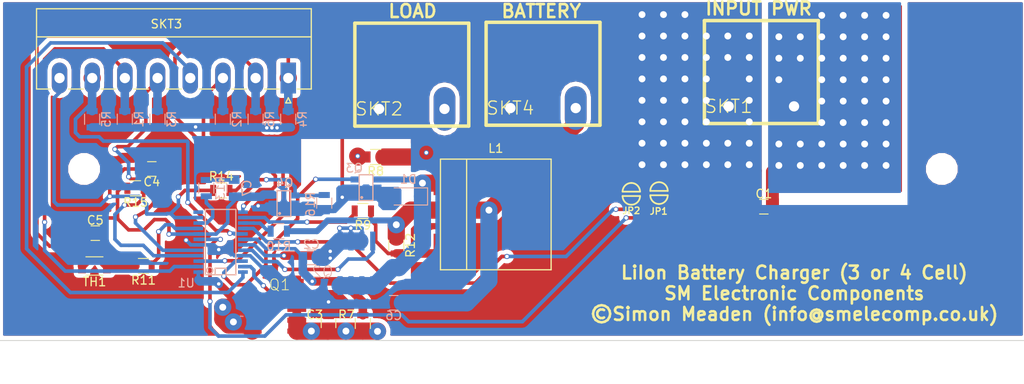
<source format=kicad_pcb>
(kicad_pcb (version 4) (host pcbnew 4.0.6)
  (layers (0 F.Cu signal hide) (1 DcIn.Cu signal hide) (2 Pwr.Cu signal hide) (31 B.Cu signal) (34 B.Paste user hide) (35 F.Paste user hide) (36 B.SilkS user hide) (37 F.SilkS user hide) (38 B.Mask user hide) (39 F.Mask user hide) (44 Edge.Cuts user hide))
  (net 0 "")
  (net 1 /DCIN)
  (net 2 "Net-(C5-Pad2)")
  (net 3 /BATTERY+)
  (net 4 "Net-(C7-Pad2)")
  (net 5 "Net-(JP1-Pad1)")
  (net 6 "Net-(JP2-Pad1)")
  (net 7 "Net-(L1-Pad2)")
  (net 8 "Net-(R11-Pad1)")
  (net 9 "Net-(R15-Pad1)")
  (net 10 /GND)
  (net 11 /Q4_G)
  (net 12 /FET_OUT)
  (net 13 "Net-(Q4-PadS)")
  (net 14 /CLN)
  (net 15 /CLP)
  (net 16 /PROG)
  (net 17 /INFET)
  (net 18 /TGATE)
  (net 19 /BGATE)
  (net 20 /CSP)
  (net 21 /BAT)
  (net 22 /ITH)
  (net 23 /~CHG~)
  (net 24 /ACP)
  (net 25 /~FAULT~)
  (net 26 /~FLAG)
  (net 27 /~ICL~)
  (net 28 /SHDN)
  (net 29 /DCOUT)
  (module Wire_Pads:SolderWirePad_single_0-8mmDrill (layer F.Cu) (at 77.41 77.83)
    (fp_text reference REF** hide)
    (fp_text value SolderWirePad_single_0-8mmDrill hide)
    (pad 1 thru_hole circle (at 0 0) (size 1.99898 1.99898) (drill 0.8001) (layers *.Cu *.Mask) (net 1 /DCIN))
  )
  (module Wire_Pads:SolderWirePad_single_0-8mmDrill (layer F.Cu) (at 76.17 76.12)
    (fp_text reference REF** hide)
    (fp_text value SolderWirePad_single_0-8mmDrill hide)
    (pad 1 thru_hole circle (at 0 0) (size 1.99898 1.99898) (drill 0.8001) (layers *.Cu *.Mask) (net 1 /DCIN))
  )
  (module Wire_Pads:SolderWirePad_single_0-8mmDrill (layer F.Cu) (at 86.5 78.9)
    (fp_text reference REF** hide)
    (fp_text value SolderWirePad_single_0-8mmDrill hide)
    (pad 1 thru_hole circle (at 0 0) (size 1.99898 1.99898) (drill 0.8001) (layers *.Cu *.Mask) (net 29 /DCOUT))
  )
  (module Wire_Pads:SolderWirePad_single_0-8mmDrill (layer F.Cu) (at 90.53 78.9)
    (fp_text reference REF** hide)
    (fp_text value SolderWirePad_single_0-8mmDrill hide)
    (pad 1 thru_hole circle (at 0 0) (size 1.99898 1.99898) (drill 0.8001) (layers *.Cu *.Mask) (net 29 /DCOUT))
  )
  (module Wire_Pads:SolderWirePad_single_0-8mmDrill (layer F.Cu) (at 94.21 78.93)
    (fp_text reference REF** hide)
    (fp_text value SolderWirePad_single_0-8mmDrill hide)
    (pad 1 thru_hole circle (at 0 0) (size 1.99898 1.99898) (drill 0.8001) (layers *.Cu *.Mask) (net 29 /DCOUT))
  )
  (module Mosfet_Special_Pinout:Si4431CDY (layer F.Cu) (at 82.2 77 90)
    (fp_text reference Q1 (at 3.5 0.6 180) (layer F.SilkS) (effects (font (size 1.27 1.27) (thickness 0.1016))))
    (fp_text value SI4431DY hide)
    (pad S smd rect (at -1.905 2.59842 90) (size 0.59944 2.19964) (layers F.Cu F.Paste F.Mask) (net 29 /DCOUT))
    (pad S smd rect (at -0.635 2.59842 90) (size 0.59944 2.19964) (layers F.Cu F.Paste F.Mask) (net 29 /DCOUT))
    (pad S smd rect (at 0.635 2.59842 90) (size 0.59944 2.19964) (layers F.Cu F.Paste F.Mask) (net 29 /DCOUT))
    (pad G smd rect (at 1.905 2.59842 90) (size 0.59944 2.19964) (layers F.Cu F.Paste F.Mask) (net 17 /INFET))
    (pad D smd rect (at 1.905 -2.59842 90) (size 0.59944 2.19964) (layers F.Cu F.Paste F.Mask) (net 1 /DCIN))
    (pad D smd rect (at 0.635 -2.59842 90) (size 0.59944 2.19964) (layers F.Cu F.Paste F.Mask) (net 1 /DCIN))
    (pad D smd rect (at -0.635 -2.59842 90) (size 0.59944 2.19964) (layers F.Cu F.Paste F.Mask) (net 1 /DCIN))
    (pad D smd rect (at -1.905 -2.59842 90) (size 0.59944 2.19964) (layers F.Cu F.Paste F.Mask) (net 1 /DCIN))
  )
  (module Inductors:Inductor_Murata_3900_Series (layer F.Cu) (at 108 65.3 180)
    (fp_text reference L1 (at 0 7.7 180) (layer F.SilkS))
    (fp_text value 15uH hide)
    (pad 1 smd rect (at 6 3.75 180) (size 2.5 3) (layers F.Cu F.Paste F.Mask) (net 12 /FET_OUT))
    (pad 2 smd rect (at 6 -3.75 180) (size 2.5 3) (layers F.Cu F.Paste F.Mask) (net 7 "Net-(L1-Pad2)"))
    (pad 3 smd rect (at -6.25 0 180) (size 2.5 3) (layers F.Cu F.Paste F.Mask))
  )
  (module Mosfet_Special_Pinout:FDC645 (layer B.Cu) (at 91.573641 63.122909 90)
    (fp_text reference Q3 (at 3.222909 -0.073641 180) (layer B.SilkS) (effects (justify mirror)))
    (fp_text value FDC645 hide)
    (pad D smd rect (at 0.95 2.6 90) (size 0.7 1) (layers B.Cu B.Paste B.Mask) (net 10 /GND))
    (pad D smd rect (at 0 0 90) (size 0.7 1) (layers B.Cu B.Paste B.Mask) (net 10 /GND))
    (pad S smd rect (at 1.9 2.6 90) (size 0.7 1) (layers B.Cu B.Paste B.Mask) (net 12 /FET_OUT))
    (pad G smd rect (at 1.9 0 90) (size 0.7 1) (layers B.Cu B.Paste B.Mask) (net 19 /BGATE))
    (pad D smd rect (at 0 2.6 90) (size 0.7 1) (layers B.Cu B.Paste B.Mask) (net 10 /GND))
    (pad D smd rect (at 0.95 0 90) (size 0.7 1) (layers B.Cu B.Paste B.Mask) (net 10 /GND))
  )
  (module Resistors_SMD:R_0805 (layer B.Cu) (at 82.7 67.25 180)
    (fp_text reference R10 (at 0 -1.75 180) (layer B.SilkS) (effects (justify mirror)))
    (fp_text value "3K01 1%" hide)
    (pad 1 smd rect (at -0.95 0 180) (size 0.7 1.3) (layers B.Cu B.Paste B.Mask) (net 3 /BATTERY+))
    (pad 2 smd rect (at 0.95 0 180) (size 0.7 1.3) (layers B.Cu B.Paste B.Mask) (net 21 /BAT))
  )
  (module Resistors_SMD:R_0805 (layer B.Cu) (at 74.25 62.234212 90)
    (fp_text reference R13 (at 0 1.65 90) (layer B.SilkS) (effects (justify mirror)))
    (fp_text value "6.04K 1%" hide)
    (pad 1 smd rect (at -0.95 0 90) (size 0.7 1.3) (layers B.Cu B.Paste B.Mask) (net 22 /ITH))
    (pad 2 smd rect (at 0.95 0 90) (size 0.7 1.3) (layers B.Cu B.Paste B.Mask) (net 4 "Net-(C7-Pad2)"))
  )
  (module Capacitors_SMD:C_0805 (layer B.Cu) (at 77.5 62.234212 90)
    (fp_text reference C7 (at 0 1.5 90) (layer B.SilkS) (effects (justify mirror)))
    (fp_text value 0.12uF hide)
    (pad 1 smd rect (at -1 0 90) (size 1 1.25) (layers B.Cu B.Paste B.Mask) (net 11 /Q4_G))
    (pad 2 smd rect (at 1 0 90) (size 1 1.25) (layers B.Cu B.Paste B.Mask) (net 4 "Net-(C7-Pad2)"))
  )
  (module Resistors_SMD:R_0805 (layer B.Cu) (at 88 63.984212 270)
    (fp_text reference R16 (at 0.115788 1.6 270) (layer B.SilkS) (effects (justify mirror)))
    (fp_text value "53K2 1%" hide)
    (pad 1 smd rect (at -0.95 0 270) (size 0.7 1.3) (layers B.Cu B.Paste B.Mask) (net 13 "Net-(Q4-PadS)"))
    (pad 2 smd rect (at 0.95 0 270) (size 0.7 1.3) (layers B.Cu B.Paste B.Mask) (net 10 /GND))
  )
  (module SMD_Packages:SSOP-24 (layer B.Cu) (at 75.92 68.524212 90)
    (fp_text reference U1 (at -4.775788 -4.02 180) (layer B.SilkS) (effects (justify mirror)))
    (fp_text value LTC4007 hide)
    (pad 24 smd rect (at -3.4925 2.6 90) (size 0.4191 1.143) (layers B.Cu B.Paste B.Mask) (net 28 /SHDN))
    (pad 23 smd rect (at -2.8575 2.6 90) (size 0.4191 1.143) (layers B.Cu B.Paste B.Mask) (net 17 /INFET))
    (pad 22 smd rect (at -2.2225 2.6 90) (size 0.4191 1.143) (layers B.Cu B.Paste B.Mask) (net 19 /BGATE))
    (pad 21 smd rect (at -1.5875 2.6 90) (size 0.4191 1.143) (layers B.Cu B.Paste B.Mask) (net 10 /GND))
    (pad 20 smd rect (at -0.9525 2.6 90) (size 0.4191 1.143) (layers B.Cu B.Paste B.Mask) (net 18 /TGATE))
    (pad 19 smd rect (at -0.3175 2.6 90) (size 0.4191 1.143) (layers B.Cu B.Paste B.Mask) (net 14 /CLN))
    (pad 13 smd rect (at 3.4925 2.6 90) (size 0.4191 1.143) (layers B.Cu B.Paste B.Mask) (net 27 /~ICL~))
    (pad 14 smd rect (at 2.8575 2.6 90) (size 0.4191 1.143) (layers B.Cu B.Paste B.Mask) (net 20 /CSP))
    (pad 15 smd rect (at 2.2225 2.6 90) (size 0.4191 1.143) (layers B.Cu B.Paste B.Mask) (net 21 /BAT))
    (pad 16 smd rect (at 1.5875 2.6 90) (size 0.4191 1.143) (layers B.Cu B.Paste B.Mask) (net 6 "Net-(JP2-Pad1)"))
    (pad 17 smd rect (at 0.9525 2.6 90) (size 0.4191 1.143) (layers B.Cu B.Paste B.Mask) (net 26 /~FLAG))
    (pad 18 smd rect (at 0.3175 2.6 90) (size 0.4191 1.143) (layers B.Cu B.Paste B.Mask) (net 15 /CLP))
    (pad 7 smd rect (at 0.3175 -2.6 90) (size 0.4191 1.143) (layers B.Cu B.Paste B.Mask) (net 5 "Net-(JP1-Pad1)"))
    (pad 8 smd rect (at 0.9525 -2.6 90) (size 0.4191 1.143) (layers B.Cu B.Paste B.Mask) (net 11 /Q4_G))
    (pad 9 smd rect (at 1.5875 -2.6 90) (size 0.4191 1.143) (layers B.Cu B.Paste B.Mask) (net 8 "Net-(R11-Pad1)"))
    (pad 10 smd rect (at 2.2225 -2.6 90) (size 0.4191 1.143) (layers B.Cu B.Paste B.Mask) (net 22 /ITH))
    (pad 11 smd rect (at 2.8575 -2.6 90) (size 0.4191 1.143) (layers B.Cu B.Paste B.Mask) (net 16 /PROG))
    (pad 12 smd rect (at 3.4925 -2.6 90) (size 0.4191 1.143) (layers B.Cu B.Paste B.Mask))
    (pad 6 smd rect (at -0.3175 -2.6 90) (size 0.4191 1.143) (layers B.Cu B.Paste B.Mask) (net 10 /GND))
    (pad 5 smd rect (at -0.9525 -2.6 90) (size 0.4191 1.143) (layers B.Cu B.Paste B.Mask) (net 25 /~FAULT~))
    (pad 4 smd rect (at -1.5875 -2.6 90) (size 0.4191 1.143) (layers B.Cu B.Paste B.Mask) (net 9 "Net-(R15-Pad1)"))
    (pad 3 smd rect (at -2.2225 -2.6 90) (size 0.4191 1.143) (layers B.Cu B.Paste B.Mask) (net 24 /ACP))
    (pad 2 smd rect (at -2.8575 -2.6 90) (size 0.4191 1.143) (layers B.Cu B.Paste B.Mask) (net 23 /~CHG~))
    (pad 1 smd rect (at -3.4925 -2.6 90) (size 0.4191 1.143) (layers B.Cu B.Paste B.Mask) (net 1 /DCIN))
  )
  (module Mosfet_Special_Pinout:FDC645 (layer B.Cu) (at 82 64.984212 90)
    (fp_text reference Q4 (at 3.384212 1.4 360) (layer B.SilkS) (effects (justify mirror)))
    (fp_text value FDC645 hide)
    (pad D smd rect (at 0.95 2.6 90) (size 0.7 1) (layers B.Cu B.Paste B.Mask) (net 10 /GND))
    (pad D smd rect (at 0 0 90) (size 0.7 1) (layers B.Cu B.Paste B.Mask) (net 10 /GND))
    (pad S smd rect (at 1.9 2.6 90) (size 0.7 1) (layers B.Cu B.Paste B.Mask) (net 13 "Net-(Q4-PadS)"))
    (pad G smd rect (at 1.9 0 90) (size 0.7 1) (layers B.Cu B.Paste B.Mask) (net 11 /Q4_G))
    (pad D smd rect (at 0 2.6 90) (size 0.7 1) (layers B.Cu B.Paste B.Mask) (net 10 /GND))
    (pad D smd rect (at 0.95 0 90) (size 0.7 1) (layers B.Cu B.Paste B.Mask) (net 10 /GND))
  )
  (module Wire_Pads:SolderWirePad_single_0-8mmDrill (layer F.Cu) (at 132.55 59.5)
    (fp_text reference REF** hide)
    (fp_text value SolderWirePad_single_0-8mmDrill hide)
    (pad 1 thru_hole circle (at 0 0) (size 1.99898 1.99898) (drill 0.8001) (layers *.Cu *.Mask) (net 10 /GND))
  )
  (module jumper:SOLDER-JUMPER_1-WAY (layer F.Cu) (at 127.03 62.81 90)
    (fp_text reference JP1 (at -2.12 -0.04 180) (layer F.SilkS) (effects (font (size 0.762 0.762) (thickness 0.1524))))
    (fp_text value "Jumper 3" hide)
    (pad 1 smd rect (at -0.65 0 90) (size 1 1) (layers F.Cu F.Paste F.Mask) (net 5 "Net-(JP1-Pad1)"))
    (pad 2 smd rect (at 0.65 0 90) (size 1 1) (layers F.Cu F.Paste F.Mask) (net 10 /GND))
  )
  (module jumper:SOLDER-JUMPER_1-WAY (layer F.Cu) (at 123.8 62.9 90)
    (fp_text reference JP2 (at -1.96 0 180) (layer F.SilkS) (effects (font (size 0.762 0.762) (thickness 0.1524))))
    (fp_text value "Jumper 4" hide)
    (pad 1 smd rect (at -0.65 0 90) (size 1 1) (layers F.Cu F.Paste F.Mask) (net 6 "Net-(JP2-Pad1)"))
    (pad 2 smd rect (at 0.65 0 90) (size 1 1) (layers F.Cu F.Paste F.Mask) (net 10 /GND))
  )
  (module Wire_Pads:SolderWirePad_single_0-8mmDrill (layer F.Cu) (at 125.05 57)
    (fp_text reference REF** hide)
    (fp_text value SolderWirePad_single_0-8mmDrill hide)
    (pad 1 thru_hole circle (at 0 0) (size 1.99898 1.99898) (drill 0.8001) (layers *.Cu *.Mask) (net 10 /GND))
  )
  (module Wire_Pads:SolderWirePad_single_0-8mmDrill (layer F.Cu) (at 125.05 59.5)
    (fp_text reference REF** hide)
    (fp_text value SolderWirePad_single_0-8mmDrill hide)
    (pad 1 thru_hole circle (at 0 0) (size 1.99898 1.99898) (drill 0.8001) (layers *.Cu *.Mask) (net 10 /GND))
  )
  (module Wire_Pads:SolderWirePad_single_0-8mmDrill (layer F.Cu) (at 127.55 57)
    (fp_text reference REF** hide)
    (fp_text value SolderWirePad_single_0-8mmDrill hide)
    (pad 1 thru_hole circle (at 0 0) (size 1.99898 1.99898) (drill 0.8001) (layers *.Cu *.Mask) (net 10 /GND))
  )
  (module Wire_Pads:SolderWirePad_single_0-8mmDrill (layer F.Cu) (at 130.05 57)
    (fp_text reference REF** hide)
    (fp_text value SolderWirePad_single_0-8mmDrill hide)
    (pad 1 thru_hole circle (at 0 0) (size 1.99898 1.99898) (drill 0.8001) (layers *.Cu *.Mask) (net 10 /GND))
  )
  (module Wire_Pads:SolderWirePad_single_0-8mmDrill (layer F.Cu) (at 132.55 57)
    (fp_text reference REF** hide)
    (fp_text value SolderWirePad_single_0-8mmDrill hide)
    (pad 1 thru_hole circle (at 0 0) (size 1.99898 1.99898) (drill 0.8001) (layers *.Cu *.Mask) (net 10 /GND))
  )
  (module Wire_Pads:SolderWirePad_single_0-8mmDrill (layer F.Cu) (at 130.05 59.5)
    (fp_text reference REF** hide)
    (fp_text value SolderWirePad_single_0-8mmDrill hide)
    (pad 1 thru_hole circle (at 0 0) (size 1.99898 1.99898) (drill 0.8001) (layers *.Cu *.Mask) (net 10 /GND))
  )
  (module Wire_Pads:SolderWirePad_single_0-8mmDrill (layer F.Cu) (at 127.55 59.5)
    (fp_text reference REF** hide)
    (fp_text value SolderWirePad_single_0-8mmDrill hide)
    (pad 1 thru_hole circle (at 0 0) (size 1.99898 1.99898) (drill 0.8001) (layers *.Cu *.Mask) (net 10 /GND))
  )
  (module Wire_Pads:SolderWirePad_single_0-8mmDrill (layer F.Cu) (at 146 52.09)
    (fp_text reference REF** hide)
    (fp_text value SolderWirePad_single_0-8mmDrill hide)
    (pad 1 thru_hole circle (at 0 0) (size 1.99898 1.99898) (drill 0.8001) (layers *.Cu *.Mask) (net 1 /DCIN))
  )
  (module Resistors_SMD:R_0805 (layer F.Cu) (at 92.5 78 90)
    (fp_text reference R7 (at 1 -1.9 180) (layer F.SilkS))
    (fp_text value "4K99 1%" hide)
    (pad 1 smd rect (at -0.95 0 90) (size 0.7 1.3) (layers F.Cu F.Paste F.Mask) (net 29 /DCOUT))
    (pad 2 smd rect (at 0.95 0 90) (size 0.7 1.3) (layers F.Cu F.Paste F.Mask) (net 15 /CLP))
  )
  (module Wire_Pads:SolderWirePad_single_0-8mmDrill (layer F.Cu) (at 148.5 52.09)
    (fp_text reference REF** hide)
    (fp_text value SolderWirePad_single_0-8mmDrill hide)
    (pad 1 thru_hole circle (at 0 0) (size 1.99898 1.99898) (drill 0.8001) (layers *.Cu *.Mask) (net 1 /DCIN))
  )
  (module Wire_Pads:SolderWirePad_single_0-8mmDrill (layer F.Cu) (at 148.5 47.09)
    (fp_text reference REF** hide)
    (fp_text value SolderWirePad_single_0-8mmDrill hide)
    (pad 1 thru_hole circle (at 0 0) (size 1.99898 1.99898) (drill 0.8001) (layers *.Cu *.Mask) (net 1 /DCIN))
  )
  (module Wire_Pads:SolderWirePad_single_0-8mmDrill (layer F.Cu) (at 146 47.09)
    (fp_text reference REF** hide)
    (fp_text value SolderWirePad_single_0-8mmDrill hide)
    (pad 1 thru_hole circle (at 0 0) (size 1.99898 1.99898) (drill 0.8001) (layers *.Cu *.Mask) (net 1 /DCIN))
  )
  (module Wire_Pads:SolderWirePad_single_0-8mmDrill (layer F.Cu) (at 148.5 49.59)
    (fp_text reference REF** hide)
    (fp_text value SolderWirePad_single_0-8mmDrill hide)
    (pad 1 thru_hole circle (at 0 0) (size 1.99898 1.99898) (drill 0.8001) (layers *.Cu *.Mask) (net 1 /DCIN))
  )
  (module Wire_Pads:SolderWirePad_single_0-8mmDrill (layer F.Cu) (at 146 49.59)
    (fp_text reference REF** hide)
    (fp_text value SolderWirePad_single_0-8mmDrill hide)
    (pad 1 thru_hole circle (at 0 0) (size 1.99898 1.99898) (drill 0.8001) (layers *.Cu *.Mask) (net 1 /DCIN))
  )
  (module Wire_Pads:SolderWirePad_single_0-8mmDrill (layer F.Cu) (at 148.5 44.59)
    (fp_text reference REF** hide)
    (fp_text value SolderWirePad_single_0-8mmDrill hide)
    (pad 1 thru_hole circle (at 0 0) (size 1.99898 1.99898) (drill 0.8001) (layers *.Cu *.Mask) (net 1 /DCIN))
  )
  (module Wire_Pads:SolderWirePad_single_0-8mmDrill (layer F.Cu) (at 146 42.09)
    (fp_text reference REF** hide)
    (fp_text value SolderWirePad_single_0-8mmDrill hide)
    (pad 1 thru_hole circle (at 0 0) (size 1.99898 1.99898) (drill 0.8001) (layers *.Cu *.Mask) (net 1 /DCIN))
  )
  (module Wire_Pads:SolderWirePad_single_0-8mmDrill (layer F.Cu) (at 146 44.59)
    (fp_text reference REF** hide)
    (fp_text value SolderWirePad_single_0-8mmDrill hide)
    (pad 1 thru_hole circle (at 0 0) (size 1.99898 1.99898) (drill 0.8001) (layers *.Cu *.Mask) (net 1 /DCIN))
  )
  (module Wire_Pads:SolderWirePad_single_0-8mmDrill (layer F.Cu) (at 153.5 49.59)
    (fp_text reference REF** hide)
    (fp_text value SolderWirePad_single_0-8mmDrill hide)
    (pad 1 thru_hole circle (at 0 0) (size 1.99898 1.99898) (drill 0.8001) (layers *.Cu *.Mask) (net 1 /DCIN))
  )
  (module Wire_Pads:SolderWirePad_single_0-8mmDrill (layer F.Cu) (at 153.5 52.09)
    (fp_text reference REF** hide)
    (fp_text value SolderWirePad_single_0-8mmDrill hide)
    (pad 1 thru_hole circle (at 0 0) (size 1.99898 1.99898) (drill 0.8001) (layers *.Cu *.Mask) (net 1 /DCIN))
  )
  (module Wire_Pads:SolderWirePad_single_0-8mmDrill (layer F.Cu) (at 151 52.09)
    (fp_text reference REF** hide)
    (fp_text value SolderWirePad_single_0-8mmDrill hide)
    (pad 1 thru_hole circle (at 0 0) (size 1.99898 1.99898) (drill 0.8001) (layers *.Cu *.Mask) (net 1 /DCIN))
  )
  (module Wire_Pads:SolderWirePad_single_0-8mmDrill (layer F.Cu) (at 151 49.59)
    (fp_text reference REF** hide)
    (fp_text value SolderWirePad_single_0-8mmDrill hide)
    (pad 1 thru_hole circle (at 0 0) (size 1.99898 1.99898) (drill 0.8001) (layers *.Cu *.Mask) (net 1 /DCIN))
  )
  (module Wire_Pads:SolderWirePad_single_0-8mmDrill (layer F.Cu) (at 151 47.09)
    (fp_text reference REF** hide)
    (fp_text value SolderWirePad_single_0-8mmDrill hide)
    (pad 1 thru_hole circle (at 0 0) (size 1.99898 1.99898) (drill 0.8001) (layers *.Cu *.Mask) (net 1 /DCIN))
  )
  (module Wire_Pads:SolderWirePad_single_0-8mmDrill (layer F.Cu) (at 153.5 44.59)
    (fp_text reference REF** hide)
    (fp_text value SolderWirePad_single_0-8mmDrill hide)
    (pad 1 thru_hole circle (at 0 0) (size 1.99898 1.99898) (drill 0.8001) (layers *.Cu *.Mask) (net 1 /DCIN))
  )
  (module Wire_Pads:SolderWirePad_single_0-8mmDrill (layer F.Cu) (at 151 44.59)
    (fp_text reference REF** hide)
    (fp_text value SolderWirePad_single_0-8mmDrill hide)
    (pad 1 thru_hole circle (at 0 0) (size 1.99898 1.99898) (drill 0.8001) (layers *.Cu *.Mask) (net 1 /DCIN))
  )
  (module Wire_Pads:SolderWirePad_single_0-8mmDrill (layer F.Cu) (at 153.5 47.09)
    (fp_text reference REF** hide)
    (fp_text value SolderWirePad_single_0-8mmDrill hide)
    (pad 1 thru_hole circle (at 0 0) (size 1.99898 1.99898) (drill 0.8001) (layers *.Cu *.Mask) (net 1 /DCIN))
  )
  (module Wire_Pads:SolderWirePad_single_0-8mmDrill (layer F.Cu) (at 153.5 42.09)
    (fp_text reference REF** hide)
    (fp_text value SolderWirePad_single_0-8mmDrill hide)
    (pad 1 thru_hole circle (at 0 0) (size 1.99898 1.99898) (drill 0.8001) (layers *.Cu *.Mask) (net 1 /DCIN))
  )
  (module Wire_Pads:SolderWirePad_single_0-8mmDrill (layer F.Cu) (at 151 42.09)
    (fp_text reference REF** hide)
    (fp_text value SolderWirePad_single_0-8mmDrill hide)
    (pad 1 thru_hole circle (at 0 0) (size 1.99898 1.99898) (drill 0.8001) (layers *.Cu *.Mask) (net 1 /DCIN))
  )
  (module Wire_Pads:SolderWirePad_single_0-8mmDrill (layer F.Cu) (at 148.5 42.09)
    (fp_text reference REF** hide)
    (fp_text value SolderWirePad_single_0-8mmDrill hide)
    (pad 1 thru_hole circle (at 0 0) (size 1.99898 1.99898) (drill 0.8001) (layers *.Cu *.Mask) (net 1 /DCIN))
  )
  (module Wire_Pads:SolderWirePad_single_0-8mmDrill (layer F.Cu) (at 148.5 57.09)
    (fp_text reference REF** hide)
    (fp_text value SolderWirePad_single_0-8mmDrill hide)
    (pad 1 thru_hole circle (at 0 0) (size 1.99898 1.99898) (drill 0.8001) (layers *.Cu *.Mask) (net 1 /DCIN))
  )
  (module Wire_Pads:SolderWirePad_single_0-8mmDrill (layer F.Cu) (at 148.5 59.59)
    (fp_text reference REF** hide)
    (fp_text value SolderWirePad_single_0-8mmDrill hide)
    (pad 1 thru_hole circle (at 0 0) (size 1.99898 1.99898) (drill 0.8001) (layers *.Cu *.Mask) (net 1 /DCIN))
  )
  (module Resistors_SMD:R_0805 (layer F.Cu) (at 94 58.6 180)
    (fp_text reference R8 (at 0 -1.65 180) (layer F.SilkS))
    (fp_text value "0R033 1%" hide)
    (pad 1 smd rect (at -0.95 0 180) (size 0.7 1.3) (layers F.Cu F.Paste F.Mask) (net 29 /DCOUT))
    (pad 2 smd rect (at 0.95 0 180) (size 0.7 1.3) (layers F.Cu F.Paste F.Mask) (net 14 /CLN))
  )
  (module Wire_Pads:SolderWirePad_single_0-8mmDrill (layer F.Cu) (at 141 59.59)
    (fp_text reference REF** hide)
    (fp_text value SolderWirePad_single_0-8mmDrill hide)
    (pad 1 thru_hole circle (at 0 0) (size 1.99898 1.99898) (drill 0.8001) (layers *.Cu *.Mask) (net 1 /DCIN))
  )
  (module Wire_Pads:SolderWirePad_single_0-8mmDrill (layer F.Cu) (at 141 57.09)
    (fp_text reference REF** hide)
    (fp_text value SolderWirePad_single_0-8mmDrill hide)
    (pad 1 thru_hole circle (at 0 0) (size 1.99898 1.99898) (drill 0.8001) (layers *.Cu *.Mask) (net 1 /DCIN))
  )
  (module Wire_Pads:SolderWirePad_single_0-8mmDrill (layer F.Cu) (at 135.05 57)
    (fp_text reference REF** hide)
    (fp_text value SolderWirePad_single_0-8mmDrill hide)
    (pad 1 thru_hole circle (at 0 0) (size 1.99898 1.99898) (drill 0.8001) (layers *.Cu *.Mask) (net 10 /GND))
  )
  (module Wire_Pads:SolderWirePad_single_0-8mmDrill (layer F.Cu) (at 137.55 59.5)
    (fp_text reference REF** hide)
    (fp_text value SolderWirePad_single_0-8mmDrill hide)
    (pad 1 thru_hole circle (at 0 0) (size 1.99898 1.99898) (drill 0.8001) (layers *.Cu *.Mask) (net 10 /GND))
  )
  (module Wire_Pads:SolderWirePad_single_0-8mmDrill (layer F.Cu) (at 137.55 57)
    (fp_text reference REF** hide)
    (fp_text value SolderWirePad_single_0-8mmDrill hide)
    (pad 1 thru_hole circle (at 0 0) (size 1.99898 1.99898) (drill 0.8001) (layers *.Cu *.Mask) (net 10 /GND))
  )
  (module Wire_Pads:SolderWirePad_single_0-8mmDrill (layer F.Cu) (at 135.05 59.5)
    (fp_text reference REF** hide)
    (fp_text value SolderWirePad_single_0-8mmDrill hide)
    (pad 1 thru_hole circle (at 0 0) (size 1.99898 1.99898) (drill 0.8001) (layers *.Cu *.Mask) (net 10 /GND))
  )
  (module Capacitors_SMD:C_0805 (layer F.Cu) (at 139.25 64.4)
    (fp_text reference C1 (at 0 -1.5) (layer F.SilkS))
    (fp_text value 0.1uF hide)
    (pad 1 smd rect (at -1 0) (size 1 1.25) (layers F.Cu F.Paste F.Mask) (net 10 /GND))
    (pad 2 smd rect (at 1 0) (size 1 1.25) (layers F.Cu F.Paste F.Mask) (net 1 /DCIN))
  )
  (module Wire_Pads:SolderWirePad_single_0-8mmDrill (layer F.Cu) (at 143.5 59.59)
    (fp_text reference REF** hide)
    (fp_text value SolderWirePad_single_0-8mmDrill hide)
    (pad 1 thru_hole circle (at 0 0) (size 1.99898 1.99898) (drill 0.8001) (layers *.Cu *.Mask) (net 1 /DCIN))
  )
  (module Wire_Pads:SolderWirePad_single_0-8mmDrill (layer F.Cu) (at 146 54.59)
    (fp_text reference REF** hide)
    (fp_text value SolderWirePad_single_0-8mmDrill hide)
    (pad 1 thru_hole circle (at 0 0) (size 1.99898 1.99898) (drill 0.8001) (layers *.Cu *.Mask) (net 1 /DCIN))
  )
  (module Wire_Pads:SolderWirePad_single_0-8mmDrill (layer F.Cu) (at 146 59.59)
    (fp_text reference REF** hide)
    (fp_text value SolderWirePad_single_0-8mmDrill hide)
    (pad 1 thru_hole circle (at 0 0) (size 1.99898 1.99898) (drill 0.8001) (layers *.Cu *.Mask) (net 1 /DCIN))
  )
  (module Wire_Pads:SolderWirePad_single_0-8mmDrill (layer F.Cu) (at 146 57.09)
    (fp_text reference REF** hide)
    (fp_text value SolderWirePad_single_0-8mmDrill hide)
    (pad 1 thru_hole circle (at 0 0) (size 1.99898 1.99898) (drill 0.8001) (layers *.Cu *.Mask) (net 1 /DCIN))
  )
  (module Wire_Pads:SolderWirePad_single_0-8mmDrill (layer F.Cu) (at 143.5 57.09)
    (fp_text reference REF** hide)
    (fp_text value SolderWirePad_single_0-8mmDrill hide)
    (pad 1 thru_hole circle (at 0 0) (size 1.99898 1.99898) (drill 0.8001) (layers *.Cu *.Mask) (net 1 /DCIN))
  )
  (module Wire_Pads:SolderWirePad_single_0-8mmDrill (layer F.Cu) (at 153.5 57.09)
    (fp_text reference REF** hide)
    (fp_text value SolderWirePad_single_0-8mmDrill hide)
    (pad 1 thru_hole circle (at 0 0) (size 1.99898 1.99898) (drill 0.8001) (layers *.Cu *.Mask) (net 1 /DCIN))
  )
  (module Wire_Pads:SolderWirePad_single_0-8mmDrill (layer F.Cu) (at 153.5 54.59)
    (fp_text reference REF** hide)
    (fp_text value SolderWirePad_single_0-8mmDrill hide)
    (pad 1 thru_hole circle (at 0 0) (size 1.99898 1.99898) (drill 0.8001) (layers *.Cu *.Mask) (net 1 /DCIN))
  )
  (module Wire_Pads:SolderWirePad_single_0-8mmDrill (layer F.Cu) (at 151 54.59)
    (fp_text reference REF** hide)
    (fp_text value SolderWirePad_single_0-8mmDrill hide)
    (pad 1 thru_hole circle (at 0 0) (size 1.99898 1.99898) (drill 0.8001) (layers *.Cu *.Mask) (net 1 /DCIN))
  )
  (module Wire_Pads:SolderWirePad_single_0-8mmDrill (layer F.Cu) (at 148.5 54.59)
    (fp_text reference REF** hide)
    (fp_text value SolderWirePad_single_0-8mmDrill hide)
    (pad 1 thru_hole circle (at 0 0) (size 1.99898 1.99898) (drill 0.8001) (layers *.Cu *.Mask) (net 1 /DCIN))
  )
  (module Wire_Pads:SolderWirePad_single_0-8mmDrill (layer F.Cu) (at 153.5 59.59)
    (fp_text reference REF** hide)
    (fp_text value SolderWirePad_single_0-8mmDrill hide)
    (pad 1 thru_hole circle (at 0 0) (size 1.99898 1.99898) (drill 0.8001) (layers *.Cu *.Mask) (net 1 /DCIN))
  )
  (module Wire_Pads:SolderWirePad_single_0-8mmDrill (layer F.Cu) (at 151 59.59)
    (fp_text reference REF** hide)
    (fp_text value SolderWirePad_single_0-8mmDrill hide)
    (pad 1 thru_hole circle (at 0 0) (size 1.99898 1.99898) (drill 0.8001) (layers *.Cu *.Mask) (net 1 /DCIN))
  )
  (module Wire_Pads:SolderWirePad_single_0-8mmDrill (layer F.Cu) (at 151 57.09)
    (fp_text reference REF** hide)
    (fp_text value SolderWirePad_single_0-8mmDrill hide)
    (pad 1 thru_hole circle (at 0 0) (size 1.99898 1.99898) (drill 0.8001) (layers *.Cu *.Mask) (net 1 /DCIN))
  )
  (module Wire_Pads:SolderWirePad_single_0-8mmDrill (layer F.Cu) (at 137.55 47)
    (fp_text reference REF** hide)
    (fp_text value SolderWirePad_single_0-8mmDrill hide)
    (pad 1 thru_hole circle (at 0 0) (size 1.99898 1.99898) (drill 0.8001) (layers *.Cu *.Mask) (net 10 /GND))
  )
  (module Wire_Pads:SolderWirePad_single_0-8mmDrill (layer F.Cu) (at 135.05 47)
    (fp_text reference REF** hide)
    (fp_text value SolderWirePad_single_0-8mmDrill hide)
    (pad 1 thru_hole circle (at 0 0) (size 1.99898 1.99898) (drill 0.8001) (layers *.Cu *.Mask) (net 10 /GND))
  )
  (module Wire_Pads:SolderWirePad_single_0-8mmDrill (layer F.Cu) (at 132.55 47)
    (fp_text reference REF** hide)
    (fp_text value SolderWirePad_single_0-8mmDrill hide)
    (pad 1 thru_hole circle (at 0 0) (size 1.99898 1.99898) (drill 0.8001) (layers *.Cu *.Mask) (net 10 /GND))
  )
  (module Wire_Pads:SolderWirePad_single_0-8mmDrill (layer F.Cu) (at 137.55 44.5)
    (fp_text reference REF** hide)
    (fp_text value SolderWirePad_single_0-8mmDrill hide)
    (pad 1 thru_hole circle (at 0 0) (size 1.99898 1.99898) (drill 0.8001) (layers *.Cu *.Mask) (net 10 /GND))
  )
  (module Wire_Pads:SolderWirePad_single_0-8mmDrill (layer F.Cu) (at 135.05 44.5)
    (fp_text reference REF** hide)
    (fp_text value SolderWirePad_single_0-8mmDrill hide)
    (pad 1 thru_hole circle (at 0 0) (size 1.99898 1.99898) (drill 0.8001) (layers *.Cu *.Mask) (net 10 /GND))
  )
  (module Wire_Pads:SolderWirePad_single_0-8mmDrill (layer F.Cu) (at 132.55 44.5)
    (fp_text reference REF** hide)
    (fp_text value SolderWirePad_single_0-8mmDrill hide)
    (pad 1 thru_hole circle (at 0 0) (size 1.99898 1.99898) (drill 0.8001) (layers *.Cu *.Mask) (net 10 /GND))
  )
  (module Wire_Pads:SolderWirePad_single_0-8mmDrill (layer F.Cu) (at 127.55 42)
    (fp_text reference REF** hide)
    (fp_text value SolderWirePad_single_0-8mmDrill hide)
    (pad 1 thru_hole circle (at 0 0) (size 1.99898 1.99898) (drill 0.8001) (layers *.Cu *.Mask) (net 10 /GND))
  )
  (module Wire_Pads:SolderWirePad_single_0-8mmDrill (layer F.Cu) (at 130.05 44.5)
    (fp_text reference REF** hide)
    (fp_text value SolderWirePad_single_0-8mmDrill hide)
    (pad 1 thru_hole circle (at 0 0) (size 1.99898 1.99898) (drill 0.8001) (layers *.Cu *.Mask) (net 10 /GND))
  )
  (module Wire_Pads:SolderWirePad_single_0-8mmDrill (layer F.Cu) (at 127.55 44.5)
    (fp_text reference REF** hide)
    (fp_text value SolderWirePad_single_0-8mmDrill hide)
    (pad 1 thru_hole circle (at 0 0) (size 1.99898 1.99898) (drill 0.8001) (layers *.Cu *.Mask) (net 10 /GND))
  )
  (module Wire_Pads:SolderWirePad_single_0-8mmDrill (layer F.Cu) (at 125.05 44.5)
    (fp_text reference REF** hide)
    (fp_text value SolderWirePad_single_0-8mmDrill hide)
    (pad 1 thru_hole circle (at 0 0) (size 1.99898 1.99898) (drill 0.8001) (layers *.Cu *.Mask) (net 10 /GND))
  )
  (module Wire_Pads:SolderWirePad_single_0-8mmDrill (layer F.Cu) (at 130.05 42)
    (fp_text reference REF** hide)
    (fp_text value SolderWirePad_single_0-8mmDrill hide)
    (pad 1 thru_hole circle (at 0 0) (size 1.99898 1.99898) (drill 0.8001) (layers *.Cu *.Mask) (net 10 /GND))
  )
  (module Wire_Pads:SolderWirePad_single_0-8mmDrill (layer F.Cu) (at 125.05 42)
    (fp_text reference REF** hide)
    (fp_text value SolderWirePad_single_0-8mmDrill hide)
    (pad 1 thru_hole circle (at 0 0) (size 1.99898 1.99898) (drill 0.8001) (layers *.Cu *.Mask) (net 10 /GND))
  )
  (module Wire_Pads:SolderWirePad_single_0-8mmDrill (layer F.Cu) (at 137.55 49.5)
    (fp_text reference REF** hide)
    (fp_text value SolderWirePad_single_0-8mmDrill hide)
    (pad 1 thru_hole circle (at 0 0) (size 1.99898 1.99898) (drill 0.8001) (layers *.Cu *.Mask) (net 10 /GND))
  )
  (module Wire_Pads:SolderWirePad_single_0-8mmDrill (layer F.Cu) (at 137.55 54.5)
    (fp_text reference REF** hide)
    (fp_text value SolderWirePad_single_0-8mmDrill hide)
    (pad 1 thru_hole circle (at 0 0) (size 1.99898 1.99898) (drill 0.8001) (layers *.Cu *.Mask) (net 10 /GND))
  )
  (module Wire_Pads:SolderWirePad_single_0-8mmDrill (layer F.Cu) (at 132.55 54.5)
    (fp_text reference REF** hide)
    (fp_text value SolderWirePad_single_0-8mmDrill hide)
    (pad 1 thru_hole circle (at 0 0) (size 1.99898 1.99898) (drill 0.8001) (layers *.Cu *.Mask) (net 10 /GND))
  )
  (module Wire_Pads:SolderWirePad_single_0-8mmDrill (layer F.Cu) (at 137.55 52)
    (fp_text reference REF** hide)
    (fp_text value SolderWirePad_single_0-8mmDrill hide)
    (pad 1 thru_hole circle (at 0 0) (size 1.99898 1.99898) (drill 0.8001) (layers *.Cu *.Mask) (net 10 /GND))
  )
  (module Wire_Pads:SolderWirePad_single_0-8mmDrill (layer F.Cu) (at 132.55 52)
    (fp_text reference REF** hide)
    (fp_text value SolderWirePad_single_0-8mmDrill hide)
    (pad 1 thru_hole circle (at 0 0) (size 1.99898 1.99898) (drill 0.8001) (layers *.Cu *.Mask) (net 10 /GND))
  )
  (module Wire_Pads:SolderWirePad_single_0-8mmDrill (layer F.Cu) (at 132.55 49.5)
    (fp_text reference REF** hide)
    (fp_text value SolderWirePad_single_0-8mmDrill hide)
    (pad 1 thru_hole circle (at 0 0) (size 1.99898 1.99898) (drill 0.8001) (layers *.Cu *.Mask) (net 10 /GND))
  )
  (module Wire_Pads:SolderWirePad_single_0-8mmDrill (layer F.Cu) (at 127.55 47)
    (fp_text reference REF** hide)
    (fp_text value SolderWirePad_single_0-8mmDrill hide)
    (pad 1 thru_hole circle (at 0 0) (size 1.99898 1.99898) (drill 0.8001) (layers *.Cu *.Mask) (net 10 /GND))
  )
  (module Wire_Pads:SolderWirePad_single_0-8mmDrill (layer F.Cu) (at 130.05 49.5)
    (fp_text reference REF** hide)
    (fp_text value SolderWirePad_single_0-8mmDrill hide)
    (pad 1 thru_hole circle (at 0 0) (size 1.99898 1.99898) (drill 0.8001) (layers *.Cu *.Mask) (net 10 /GND))
  )
  (module Wire_Pads:SolderWirePad_single_0-8mmDrill (layer F.Cu) (at 125.05 49.5)
    (fp_text reference REF** hide)
    (fp_text value SolderWirePad_single_0-8mmDrill hide)
    (pad 1 thru_hole circle (at 0 0) (size 1.99898 1.99898) (drill 0.8001) (layers *.Cu *.Mask) (net 10 /GND))
  )
  (module Wire_Pads:SolderWirePad_single_0-8mmDrill (layer F.Cu) (at 130.05 47)
    (fp_text reference REF** hide)
    (fp_text value SolderWirePad_single_0-8mmDrill hide)
    (pad 1 thru_hole circle (at 0 0) (size 1.99898 1.99898) (drill 0.8001) (layers *.Cu *.Mask) (net 10 /GND))
  )
  (module Wire_Pads:SolderWirePad_single_0-8mmDrill (layer F.Cu) (at 127.55 49.5)
    (fp_text reference REF** hide)
    (fp_text value SolderWirePad_single_0-8mmDrill hide)
    (pad 1 thru_hole circle (at 0 0) (size 1.99898 1.99898) (drill 0.8001) (layers *.Cu *.Mask) (net 10 /GND))
  )
  (module Wire_Pads:SolderWirePad_single_0-8mmDrill (layer F.Cu) (at 125.05 47)
    (fp_text reference REF** hide)
    (fp_text value SolderWirePad_single_0-8mmDrill hide)
    (pad 1 thru_hole circle (at 0 0) (size 1.99898 1.99898) (drill 0.8001) (layers *.Cu *.Mask) (net 10 /GND))
  )
  (module Connector_Cambdenboss:CTBP9558_2AO (layer F.Cu) (at 135.15 52.7 180)
    (fp_text reference SKT1 (at 0 0 180) (layer F.SilkS))
    (fp_text value CONN_01X02 hide)
    (pad 1 thru_hole oval (at -7.62 0) (size 2.54 5.08) (drill 1.19888) (layers *.Cu *.Paste *.Mask) (net 1 /DCIN))
    (pad 2 thru_hole oval (at 0 0) (size 2.54 5.08) (drill 1.19888) (layers *.Cu *.Paste *.Mask) (net 10 /GND))
  )
  (module Wire_Pads:SolderWirePad_single_0-8mmDrill (layer F.Cu) (at 141 44.59)
    (fp_text reference REF** hide)
    (fp_text value SolderWirePad_single_0-8mmDrill hide)
    (pad 1 thru_hole circle (at 0 0) (size 1.99898 1.99898) (drill 0.8001) (layers *.Cu *.Mask) (net 1 /DCIN))
  )
  (module Wire_Pads:SolderWirePad_single_0-8mmDrill (layer F.Cu) (at 143.5 47.09)
    (fp_text reference REF** hide)
    (fp_text value SolderWirePad_single_0-8mmDrill hide)
    (pad 1 thru_hole circle (at 0 0) (size 1.99898 1.99898) (drill 0.8001) (layers *.Cu *.Mask) (net 1 /DCIN))
  )
  (module Wire_Pads:SolderWirePad_single_0-8mmDrill (layer F.Cu) (at 141 49.59)
    (fp_text reference REF** hide)
    (fp_text value SolderWirePad_single_0-8mmDrill hide)
    (pad 1 thru_hole circle (at 0 0) (size 1.99898 1.99898) (drill 0.8001) (layers *.Cu *.Mask) (net 1 /DCIN))
  )
  (module Wire_Pads:SolderWirePad_single_0-8mmDrill (layer F.Cu) (at 141 47.09)
    (fp_text reference REF** hide)
    (fp_text value SolderWirePad_single_0-8mmDrill hide)
    (pad 1 thru_hole circle (at 0 0) (size 1.99898 1.99898) (drill 0.8001) (layers *.Cu *.Mask) (net 1 /DCIN))
  )
  (module Wire_Pads:SolderWirePad_single_0-8mmDrill (layer F.Cu) (at 143.5 44.59)
    (fp_text reference REF** hide)
    (fp_text value SolderWirePad_single_0-8mmDrill hide)
    (pad 1 thru_hole circle (at 0 0) (size 1.99898 1.99898) (drill 0.8001) (layers *.Cu *.Mask) (net 1 /DCIN))
  )
  (module Wire_Pads:SolderWirePad_single_0-8mmDrill (layer F.Cu) (at 127.55 54.5)
    (fp_text reference REF** hide)
    (fp_text value SolderWirePad_single_0-8mmDrill hide)
    (pad 1 thru_hole circle (at 0 0) (size 1.99898 1.99898) (drill 0.8001) (layers *.Cu *.Mask) (net 10 /GND))
  )
  (module Wire_Pads:SolderWirePad_single_0-8mmDrill (layer F.Cu) (at 130.05 54.5)
    (fp_text reference REF** hide)
    (fp_text value SolderWirePad_single_0-8mmDrill hide)
    (pad 1 thru_hole circle (at 0 0) (size 1.99898 1.99898) (drill 0.8001) (layers *.Cu *.Mask) (net 10 /GND))
  )
  (module Wire_Pads:SolderWirePad_single_0-8mmDrill (layer F.Cu) (at 125.05 54.5)
    (fp_text reference REF** hide)
    (fp_text value SolderWirePad_single_0-8mmDrill hide)
    (pad 1 thru_hole circle (at 0 0) (size 1.99898 1.99898) (drill 0.8001) (layers *.Cu *.Mask) (net 10 /GND))
  )
  (module Wire_Pads:SolderWirePad_single_0-8mmDrill (layer F.Cu) (at 130.05 52)
    (fp_text reference REF** hide)
    (fp_text value SolderWirePad_single_0-8mmDrill hide)
    (pad 1 thru_hole circle (at 0 0) (size 1.99898 1.99898) (drill 0.8001) (layers *.Cu *.Mask) (net 10 /GND))
  )
  (module Wire_Pads:SolderWirePad_single_0-8mmDrill (layer F.Cu) (at 127.55 52)
    (fp_text reference REF** hide)
    (fp_text value SolderWirePad_single_0-8mmDrill hide)
    (pad 1 thru_hole circle (at 0 0) (size 1.99898 1.99898) (drill 0.8001) (layers *.Cu *.Mask) (net 10 /GND))
  )
  (module Wire_Pads:SolderWirePad_single_0-8mmDrill (layer F.Cu) (at 125.05 52)
    (fp_text reference REF** hide)
    (fp_text value SolderWirePad_single_0-8mmDrill hide)
    (pad 1 thru_hole circle (at 0 0) (size 1.99898 1.99898) (drill 0.8001) (layers *.Cu *.Mask) (net 10 /GND))
  )
  (module Resistors_SMD:R_1206 (layer F.Cu) (at 61.21 71.31 180)
    (fp_text reference TH1 (at 0 -1.85 180) (layer F.SilkS))
    (fp_text value "Thermistor 10K" hide)
    (pad 1 smd rect (at -1.45 0 180) (size 0.9 1.7) (layers F.Cu F.Paste F.Mask) (net 2 "Net-(C5-Pad2)"))
    (pad 2 smd rect (at 1.45 0 180) (size 0.9 1.7) (layers F.Cu F.Paste F.Mask) (net 11 /Q4_G))
  )
  (module Capacitors_SMD:C_0805 (layer B.Cu) (at 86.5 70.3 180)
    (fp_text reference C2 (at 0 1.5 180) (layer B.SilkS) (effects (justify mirror)))
    (fp_text value 15nF hide)
    (pad 1 smd rect (at -1 0 180) (size 1 1.25) (layers B.Cu B.Paste B.Mask) (net 14 /CLN))
    (pad 2 smd rect (at 1 0 180) (size 1 1.25) (layers B.Cu B.Paste B.Mask) (net 15 /CLP))
  )
  (module Capacitors_SMD:C_0805 (layer F.Cu) (at 88.5 78 270)
    (fp_text reference C3 (at -1 1.6 360) (layer F.SilkS))
    (fp_text value 20uF hide)
    (pad 1 smd rect (at -1 0 270) (size 1 1.25) (layers F.Cu F.Paste F.Mask) (net 10 /GND))
    (pad 2 smd rect (at 1 0 270) (size 1 1.25) (layers F.Cu F.Paste F.Mask) (net 29 /DCOUT))
  )
  (module Capacitors_SMD:C_0805 (layer F.Cu) (at 67.9 60 180)
    (fp_text reference C4 (at 0 -1.5 180) (layer F.SilkS))
    (fp_text value 0.0047uF hide)
    (pad 1 smd rect (at -1 0 180) (size 1 1.25) (layers F.Cu F.Paste F.Mask) (net 10 /GND))
    (pad 2 smd rect (at 1 0 180) (size 1 1.25) (layers F.Cu F.Paste F.Mask) (net 16 /PROG))
  )
  (module Capacitors_SMD:C_0805 (layer F.Cu) (at 61.31 67.48)
    (fp_text reference C5 (at 0 -1.5) (layer F.SilkS))
    (fp_text value 0.47uF hide)
    (pad 1 smd rect (at -1 0) (size 1 1.25) (layers F.Cu F.Paste F.Mask) (net 11 /Q4_G))
    (pad 2 smd rect (at 1 0) (size 1 1.25) (layers F.Cu F.Paste F.Mask) (net 2 "Net-(C5-Pad2)"))
  )
  (module Capacitors_SMD:C_0805 (layer B.Cu) (at 96.1 75.6)
    (fp_text reference C6 (at 0 1.5) (layer B.SilkS) (effects (justify mirror)))
    (fp_text value 20uF hide)
    (pad 1 smd rect (at -1 0) (size 1 1.25) (layers B.Cu B.Paste B.Mask) (net 10 /GND))
    (pad 2 smd rect (at 1 0) (size 1 1.25) (layers B.Cu B.Paste B.Mask) (net 3 /BATTERY+))
  )
  (module Diodes_SMD:D_SOD-123 (layer B.Cu) (at 97.8 63.2 180)
    (fp_text reference D1 (at 0 2 180) (layer B.SilkS) (effects (justify mirror)))
    (fp_text value MBR530 hide)
    (pad 1 smd rect (at -1.65 0 180) (size 0.9 1.2) (layers B.Cu B.Paste B.Mask) (net 12 /FET_OUT))
    (pad 2 smd rect (at 1.65 0 180) (size 0.9 1.2) (layers B.Cu B.Paste B.Mask) (net 10 /GND))
  )
  (module Mosfet_Special_Pinout:Si4431CDY (layer B.Cu) (at 91.75 71)
    (fp_text reference Q2 (at -3.95 1) (layer B.SilkS) (effects (font (size 1.27 1.27) (thickness 0.1016)) (justify mirror)))
    (fp_text value SI4431DY hide)
    (pad S smd rect (at -1.905 -2.59842) (size 0.59944 2.19964) (layers B.Cu B.Paste B.Mask) (net 14 /CLN))
    (pad S smd rect (at -0.635 -2.59842) (size 0.59944 2.19964) (layers B.Cu B.Paste B.Mask) (net 14 /CLN))
    (pad S smd rect (at 0.635 -2.59842) (size 0.59944 2.19964) (layers B.Cu B.Paste B.Mask) (net 14 /CLN))
    (pad G smd rect (at 1.905 -2.59842) (size 0.59944 2.19964) (layers B.Cu B.Paste B.Mask) (net 18 /TGATE))
    (pad D smd rect (at 1.905 2.59842) (size 0.59944 2.19964) (layers B.Cu B.Paste B.Mask) (net 12 /FET_OUT))
    (pad D smd rect (at 0.635 2.59842) (size 0.59944 2.19964) (layers B.Cu B.Paste B.Mask) (net 12 /FET_OUT))
    (pad D smd rect (at -0.635 2.59842) (size 0.59944 2.19964) (layers B.Cu B.Paste B.Mask) (net 12 /FET_OUT))
    (pad D smd rect (at -1.905 2.59842) (size 0.59944 2.19964) (layers B.Cu B.Paste B.Mask) (net 12 /FET_OUT))
  )
  (module Resistors_SMD:R_0805 (layer B.Cu) (at 64.75 54.2 90)
    (fp_text reference R1 (at 0 1.65 90) (layer B.SilkS) (effects (justify mirror)))
    (fp_text value 100K hide)
    (pad 1 smd rect (at -0.95 0 90) (size 0.7 1.3) (layers B.Cu B.Paste B.Mask) (net 1 /DCIN))
    (pad 2 smd rect (at 0.95 0 90) (size 0.7 1.3) (layers B.Cu B.Paste B.Mask) (net 23 /~CHG~))
  )
  (module Resistors_SMD:R_0805 (layer B.Cu) (at 76.18 54.2 90)
    (fp_text reference R2 (at 0 1.65 90) (layer B.SilkS) (effects (justify mirror)))
    (fp_text value 100K hide)
    (pad 1 smd rect (at -0.95 0 90) (size 0.7 1.3) (layers B.Cu B.Paste B.Mask) (net 1 /DCIN))
    (pad 2 smd rect (at 0.95 0 90) (size 0.7 1.3) (layers B.Cu B.Paste B.Mask) (net 24 /ACP))
  )
  (module Resistors_SMD:R_0805 (layer B.Cu) (at 68.56 54.2 90)
    (fp_text reference R3 (at 0 1.65 90) (layer B.SilkS) (effects (justify mirror)))
    (fp_text value 100K hide)
    (pad 1 smd rect (at -0.95 0 90) (size 0.7 1.3) (layers B.Cu B.Paste B.Mask) (net 1 /DCIN))
    (pad 2 smd rect (at 0.95 0 90) (size 0.7 1.3) (layers B.Cu B.Paste B.Mask) (net 25 /~FAULT~))
  )
  (module Resistors_SMD:R_0805 (layer B.Cu) (at 83.8 54.2 90)
    (fp_text reference R4 (at 0 1.65 90) (layer B.SilkS) (effects (justify mirror)))
    (fp_text value 100K hide)
    (pad 1 smd rect (at -0.95 0 90) (size 0.7 1.3) (layers B.Cu B.Paste B.Mask) (net 1 /DCIN))
    (pad 2 smd rect (at 0.95 0 90) (size 0.7 1.3) (layers B.Cu B.Paste B.Mask) (net 11 /Q4_G))
  )
  (module Resistors_SMD:R_0805 (layer B.Cu) (at 60.94 54.2 90)
    (fp_text reference R5 (at 0 1.65 90) (layer B.SilkS) (effects (justify mirror)))
    (fp_text value 100K hide)
    (pad 1 smd rect (at -0.95 0 90) (size 0.7 1.3) (layers B.Cu B.Paste B.Mask) (net 1 /DCIN))
    (pad 2 smd rect (at 0.95 0 90) (size 0.7 1.3) (layers B.Cu B.Paste B.Mask) (net 26 /~FLAG))
  )
  (module Resistors_SMD:R_0805 (layer B.Cu) (at 80 54.2 90)
    (fp_text reference R6 (at 0 1.65 90) (layer B.SilkS) (effects (justify mirror)))
    (fp_text value 100K hide)
    (pad 1 smd rect (at -0.95 0 90) (size 0.7 1.3) (layers B.Cu B.Paste B.Mask) (net 1 /DCIN))
    (pad 2 smd rect (at 0.95 0 90) (size 0.7 1.3) (layers B.Cu B.Paste B.Mask) (net 27 /~ICL~))
  )
  (module Resistors_SMD:R_0805 (layer F.Cu) (at 92.5 64.9 180)
    (fp_text reference R9 (at 0 -1.65 180) (layer F.SilkS))
    (fp_text value "3K01 1%" hide)
    (pad 1 smd rect (at -0.95 0 180) (size 0.7 1.3) (layers F.Cu F.Paste F.Mask) (net 7 "Net-(L1-Pad2)"))
    (pad 2 smd rect (at 0.95 0 180) (size 0.7 1.3) (layers F.Cu F.Paste F.Mask) (net 20 /CSP))
  )
  (module Resistors_SMD:R_0805 (layer F.Cu) (at 66.93 71.31 180)
    (fp_text reference R11 (at 0 -1.65 180) (layer F.SilkS))
    (fp_text value "32K4 1%" hide)
    (pad 1 smd rect (at -0.95 0 180) (size 0.7 1.3) (layers F.Cu F.Paste F.Mask) (net 8 "Net-(R11-Pad1)"))
    (pad 2 smd rect (at 0.95 0 180) (size 0.7 1.3) (layers F.Cu F.Paste F.Mask) (net 2 "Net-(C5-Pad2)"))
  )
  (module Resistors_SMD:R_0805 (layer F.Cu) (at 96.4 68.9 270)
    (fp_text reference R12 (at 0 -1.65 270) (layer F.SilkS))
    (fp_text value "0R033 1%" hide)
    (pad 1 smd rect (at -0.95 0 270) (size 0.7 1.3) (layers F.Cu F.Paste F.Mask) (net 3 /BATTERY+))
    (pad 2 smd rect (at 0.95 0 270) (size 0.7 1.3) (layers F.Cu F.Paste F.Mask) (net 7 "Net-(L1-Pad2)"))
  )
  (module Resistors_SMD:R_0805 (layer F.Cu) (at 76 62.5)
    (fp_text reference R14 (at 0 -1.65) (layer F.SilkS))
    (fp_text value "26.7K 1%" hide)
    (pad 1 smd rect (at -0.95 0) (size 0.7 1.3) (layers F.Cu F.Paste F.Mask) (net 16 /PROG))
    (pad 2 smd rect (at 0.95 0) (size 0.7 1.3) (layers F.Cu F.Paste F.Mask) (net 13 "Net-(Q4-PadS)"))
  )
  (module Resistors_SMD:R_0805 (layer F.Cu) (at 66 62.25 180)
    (fp_text reference R15 (at 0 -1.65 180) (layer F.SilkS))
    (fp_text value "309K 1%" hide)
    (pad 1 smd rect (at -0.95 0 180) (size 0.7 1.3) (layers F.Cu F.Paste F.Mask) (net 9 "Net-(R15-Pad1)"))
    (pad 2 smd rect (at 0.95 0 180) (size 0.7 1.3) (layers F.Cu F.Paste F.Mask) (net 11 /Q4_G))
  )
  (module Connector_Cambdenboss:CTBP9558_2AO (layer F.Cu) (at 94.4 53 180)
    (fp_text reference SKT2 (at 0 0 180) (layer F.SilkS))
    (fp_text value CONN_01X02 hide)
    (pad 1 thru_hole oval (at -7.62 0) (size 2.54 5.08) (drill 1.19888) (layers *.Cu *.Paste *.Mask) (net 29 /DCOUT))
    (pad 2 thru_hole oval (at 0 0) (size 2.54 5.08) (drill 1.19888) (layers *.Cu *.Paste *.Mask) (net 10 /GND))
  )
  (module Connectors_Phoenix:PhoenixContact_MC-G_08x3.81mm_Angled (layer F.Cu) (at 83.81 49.4 180)
    (fp_text reference SKT3 (at 14.21 6.3 180) (layer F.SilkS))
    (fp_text value CONN_01X08 hide)
    (pad 1 thru_hole rect (at 0 0 180) (size 1.8 3.6) (drill 1.2) (layers *.Cu *.Mask) (net 11 /Q4_G))
    (pad 2 thru_hole oval (at 3.81 0 180) (size 1.8 3.6) (drill 1.2) (layers *.Cu *.Mask) (net 27 /~ICL~))
    (pad 3 thru_hole oval (at 7.62 0 180) (size 1.8 3.6) (drill 1.2) (layers *.Cu *.Mask) (net 24 /ACP))
    (pad 4 thru_hole oval (at 11.43 0 180) (size 1.8 3.6) (drill 1.2) (layers *.Cu *.Mask) (net 28 /SHDN))
    (pad 5 thru_hole oval (at 15.24 0 180) (size 1.8 3.6) (drill 1.2) (layers *.Cu *.Mask) (net 25 /~FAULT~))
    (pad 6 thru_hole oval (at 19.05 0 180) (size 1.8 3.6) (drill 1.2) (layers *.Cu *.Mask) (net 23 /~CHG~))
    (pad 7 thru_hole oval (at 22.86 0 180) (size 1.8 3.6) (drill 1.2) (layers *.Cu *.Mask) (net 26 /~FLAG))
    (pad 8 thru_hole oval (at 26.67 0 180) (size 1.8 3.6) (drill 1.2) (layers *.Cu *.Mask) (net 16 /PROG))
  )
  (module Connector_Cambdenboss:CTBP9558_2AO (layer F.Cu) (at 109.7 52.9 180)
    (fp_text reference SKT4 (at 0 0 180) (layer F.SilkS))
    (fp_text value CONN_01X02 hide)
    (pad 1 thru_hole oval (at -7.62 0) (size 2.54 5.08) (drill 1.19888) (layers *.Cu *.Paste *.Mask) (net 3 /BATTERY+))
    (pad 2 thru_hole oval (at 0 0) (size 2.54 5.08) (drill 1.19888) (layers *.Cu *.Paste *.Mask) (net 10 /GND))
  )
  (module Mounting_Holes:MountingHole_2.7mm_M2.5 (layer F.Cu) (at 60 60)
    (fp_text reference REF** hide)
    (fp_text value MountingHole_2.7mm_M2.5 hide)
    (pad 1 np_thru_hole circle (at 0 0) (size 2.7 2.7) (drill 2.7) (layers *.Cu *.Mask))
  )
  (module Mounting_Holes:MountingHole_2.7mm_M2.5 (layer F.Cu) (at 160 60)
    (fp_text reference REF** hide)
    (fp_text value MountingHole_2.7mm_M2.5 hide)
    (pad 1 np_thru_hole circle (at 0 0) (size 2.7 2.7) (drill 2.7) (layers *.Cu *.Mask))
  )
  (gr_text "LiIon Battery Charger (3 or 4 Cell)\nSM Electronic Components\n©Simon Meaden (info@smelecomp.co.uk)" (at 142.8 74.5) (layer F.SilkS) (effects (font (size 1.5 1.5) (thickness 0.3))))
  (gr_text "INPUT PWR" (at 138.65 41.3) (layer F.SilkS) (effects (font (size 1.5 1.5) (thickness 0.3))))
  (gr_text LOAD (at 98.3 41.6) (layer F.SilkS) (effects (font (size 1.5 1.5) (thickness 0.3))))
  (gr_text BATTERY (at 113.3 41.6) (layer F.SilkS) (effects (font (size 1.5 1.5) (thickness 0.3))))
  (gr_line (start 50 40) (end 50 80) (angle 90) (layer Edge.Cuts) (width 0.1))
  (gr_line (start 170 80) (end 50 80) (angle 90) (layer Edge.Cuts) (width 0.1))
  (gr_line (start 170 40) (end 170 80) (angle 90) (layer Edge.Cuts) (width 0.1))
  (gr_line (start 50 40) (end 170 40) (angle 90) (layer Edge.Cuts) (width 0.1))
  (segment (start 76.17 76.12) (end 78.57658 76.12) (width 2) (layer F.Cu) (net 1))
  (segment (start 78.57658 76.12) (end 79.60158 75.095) (width 2) (layer F.Cu) (net 1))
  (segment (start 76.86 78.19) (end 79.04658 78.19) (width 2) (layer F.Cu) (net 1))
  (segment (start 79.04658 78.19) (end 79.60158 77.635) (width 2) (layer F.Cu) (net 1))
  (segment (start 76.17 76.12) (end 76.17 77.5) (width 2) (layer F.Cu) (net 1))
  (segment (start 76.17 77.5) (end 76.86 78.19) (width 2) (layer F.Cu) (net 1))
  (via (at 82.5 55.2) (size 0.6) (drill 0.4) (layers F.Cu B.Cu) (net 1))
  (via (at 81.3 55.2) (size 0.6) (drill 0.4) (layers F.Cu B.Cu) (net 1))
  (segment (start 81.3 55.2) (end 81.85 55.2) (width 0.25) (layer B.Cu) (net 1))
  (segment (start 81.9 55.15) (end 81.85 55.2) (width 0.25) (layer B.Cu) (net 1))
  (segment (start 81.9 55.2) (end 81.9 55.15) (width 0.25) (layer B.Cu) (net 1))
  (via (at 81.9 55.2) (size 0.6) (drill 0.4) (layers F.Cu B.Cu) (net 1))
  (segment (start 82.4 55.25) (end 81.9 55.2) (width 0.25) (layer F.Cu) (net 1))
  (segment (start 82.5 55.15) (end 82.4 55.25) (width 0.25) (layer F.Cu) (net 1))
  (segment (start 82.5 55.15) (end 82.5 55.2) (width 0.25) (layer F.Cu) (net 1))
  (segment (start 146 59.59) (end 143.5 59.59) (width 2) (layer F.Cu) (net 1))
  (segment (start 146.685 60.275) (end 146 59.59) (width 1) (layer F.Cu) (net 1))
  (segment (start 145.415 60.175) (end 146 59.59) (width 1) (layer F.Cu) (net 1))
  (segment (start 143.5 59.59) (end 141 59.59) (width 2) (layer F.Cu) (net 1))
  (segment (start 143.5 59.59) (end 143.5 57.09) (width 2) (layer F.Cu) (net 1))
  (segment (start 141 59.59) (end 141 57.09) (width 2) (layer F.Cu) (net 1))
  (segment (start 146 59.59) (end 146 57.09) (width 2) (layer F.Cu) (net 1))
  (segment (start 140.25 60.34) (end 141 59.59) (width 1.5) (layer F.Cu) (net 1))
  (segment (start 148.5 52.09) (end 148.5 49.59) (width 2) (layer F.Cu) (net 1))
  (segment (start 146 52.09) (end 146 49.59) (width 2) (layer F.Cu) (net 1))
  (segment (start 146 54.59) (end 146 52.09) (width 2) (layer F.Cu) (net 1))
  (segment (start 148.5 54.59) (end 146 54.59) (width 2) (layer F.Cu) (net 1))
  (segment (start 148.5 52.09) (end 146 52.09) (width 2) (layer F.Cu) (net 1))
  (segment (start 148.5 49.59) (end 146 49.59) (width 2) (layer F.Cu) (net 1))
  (segment (start 141 47.09) (end 141 49.59) (width 2) (layer F.Cu) (net 1))
  (segment (start 141 49.59) (end 141 50.93) (width 2) (layer F.Cu) (net 1))
  (segment (start 141 47.09) (end 143.5 47.09) (width 2) (layer F.Cu) (net 1))
  (segment (start 148.5 49.59) (end 148.5 47.09) (width 2) (layer F.Cu) (net 1))
  (segment (start 146 47.09) (end 146 49.59) (width 2) (layer F.Cu) (net 1))
  (segment (start 146 47.09) (end 148.5 47.09) (width 2) (layer F.Cu) (net 1))
  (segment (start 143.5 47.09) (end 146 47.09) (width 2) (layer F.Cu) (net 1))
  (segment (start 143.5 57.09) (end 146 57.09) (width 2) (layer F.Cu) (net 1))
  (segment (start 146 54.59) (end 144.66 54.59) (width 2) (layer F.Cu) (net 1))
  (segment (start 141 57.09) (end 143.5 57.09) (width 2) (layer F.Cu) (net 1))
  (segment (start 141 57.09) (end 141 54.47) (width 2) (layer F.Cu) (net 1))
  (segment (start 146 57.09) (end 148.5 57.09) (width 2) (layer F.Cu) (net 1))
  (segment (start 148.5 54.59) (end 148.5 52.09) (width 2) (layer F.Cu) (net 1))
  (segment (start 146 57.09) (end 146 54.59) (width 2) (layer F.Cu) (net 1))
  (segment (start 148.5 54.59) (end 148.5 57.09) (width 2) (layer F.Cu) (net 1))
  (segment (start 146 49.59) (end 145.88 49.59) (width 2) (layer F.Cu) (net 1))
  (segment (start 151 44.59) (end 148.5 44.59) (width 2) (layer F.Cu) (net 1))
  (segment (start 151 44.59) (end 151 47.09) (width 2) (layer F.Cu) (net 1))
  (segment (start 148.5 47.09) (end 151 47.09) (width 2) (layer F.Cu) (net 1))
  (segment (start 148.5 47.09) (end 148.5 44.59) (width 2) (layer F.Cu) (net 1))
  (segment (start 153.5 44.59) (end 151 44.59) (width 2) (layer F.Cu) (net 1))
  (segment (start 153.5 47.09) (end 153.5 44.59) (width 2) (layer F.Cu) (net 1))
  (segment (start 151 47.09) (end 153.5 47.09) (width 2) (layer F.Cu) (net 1))
  (segment (start 151 52.09) (end 148.5 52.09) (width 2) (layer F.Cu) (net 1))
  (segment (start 151 54.59) (end 151 52.09) (width 2) (layer F.Cu) (net 1))
  (segment (start 153.5 54.59) (end 153.5 52.09) (width 2) (layer F.Cu) (net 1))
  (segment (start 151 54.59) (end 148.5 54.59) (width 2) (layer F.Cu) (net 1))
  (segment (start 153.5 54.59) (end 151 54.59) (width 2) (layer F.Cu) (net 1))
  (segment (start 153.5 52.09) (end 151 52.09) (width 2) (layer F.Cu) (net 1))
  (segment (start 151 47.09) (end 151 49.59) (width 2) (layer F.Cu) (net 1))
  (segment (start 153.5 52.09) (end 153.5 49.59) (width 2) (layer F.Cu) (net 1))
  (segment (start 151 52.09) (end 151 49.59) (width 2) (layer F.Cu) (net 1))
  (segment (start 153.5 49.59) (end 151 49.59) (width 2) (layer F.Cu) (net 1))
  (segment (start 153.5 47.09) (end 153.5 49.59) (width 2) (layer F.Cu) (net 1))
  (segment (start 146 44.59) (end 146 47.09) (width 2) (layer F.Cu) (net 1))
  (segment (start 141 44.59) (end 141 47.09) (width 2) (layer F.Cu) (net 1))
  (segment (start 143.5 44.59) (end 143.5 47.09) (width 2) (layer F.Cu) (net 1))
  (segment (start 143.5 44.59) (end 141 44.59) (width 2) (layer F.Cu) (net 1))
  (segment (start 146 44.59) (end 143.5 44.59) (width 2) (layer F.Cu) (net 1))
  (segment (start 153.5 54.59) (end 153.5 57.09) (width 2) (layer F.Cu) (net 1))
  (segment (start 151 57.09) (end 151 54.59) (width 2) (layer F.Cu) (net 1))
  (segment (start 148.5 59.59) (end 146 59.59) (width 2) (layer F.Cu) (net 1))
  (segment (start 151 49.59) (end 148.5 49.59) (width 2) (layer F.Cu) (net 1))
  (segment (start 148.5 44.59) (end 146 44.59) (width 2) (layer F.Cu) (net 1))
  (segment (start 153.5 59.59) (end 151 59.59) (width 2) (layer F.Cu) (net 1))
  (segment (start 148.5 59.59) (end 148.5 57.09) (width 2) (layer F.Cu) (net 1))
  (segment (start 151 59.59) (end 148.5 59.59) (width 2) (layer F.Cu) (net 1))
  (segment (start 151 59.59) (end 151 57.09) (width 2) (layer F.Cu) (net 1))
  (segment (start 151 57.09) (end 153.5 57.09) (width 2) (layer F.Cu) (net 1))
  (segment (start 153.5 57.09) (end 153.5 59.59) (width 2) (layer F.Cu) (net 1))
  (segment (start 148.5 57.09) (end 151 57.09) (width 2) (layer F.Cu) (net 1))
  (segment (start 147.955 60.135) (end 148.5 59.59) (width 1) (layer F.Cu) (net 1))
  (segment (start 149.225 60.315) (end 148.5 59.59) (width 1) (layer F.Cu) (net 1))
  (via (at 73 55.1) (size 0.6) (drill 0.4) (layers F.Cu B.Cu) (net 1))
  (segment (start 76.004775 73.695225) (end 75.995225 73.695225) (width 0.4191) (layer F.Cu) (net 1))
  (segment (start 73.32 72.92) (end 73.32 72.016712) (width 0.4191) (layer B.Cu) (net 1))
  (segment (start 75.7 73.4) (end 75.4 73.1) (width 1) (layer B.Cu) (net 1))
  (segment (start 75.4 73.1) (end 73.5 73.1) (width 1) (layer B.Cu) (net 1))
  (segment (start 73.5 73.1) (end 73.32 72.92) (width 1) (layer B.Cu) (net 1))
  (via (at 75.7 73.4) (size 0.6) (drill 0.4) (layers F.Cu B.Cu) (net 1))
  (segment (start 75.995225 73.695225) (end 75.7 73.4) (width 0.4191) (layer F.Cu) (net 1))
  (segment (start 148.5 44.59) (end 148.5 42.09) (width 2) (layer F.Cu) (net 1))
  (segment (start 151 42.09) (end 151 44.59) (width 2) (layer F.Cu) (net 1))
  (segment (start 148.5 42.09) (end 151 42.09) (width 2) (layer F.Cu) (net 1))
  (segment (start 153.5 44.59) (end 153.5 42.09) (width 2) (layer F.Cu) (net 1))
  (segment (start 151 42.09) (end 153.5 42.09) (width 2) (layer F.Cu) (net 1))
  (segment (start 146 42.09) (end 146 44.59) (width 2) (layer F.Cu) (net 1))
  (segment (start 146 42.09) (end 148.5 42.09) (width 2) (layer F.Cu) (net 1))
  (segment (start 76 73.69045) (end 76.004775 73.695225) (width 0.4191) (layer F.Cu) (net 1))
  (segment (start 76.004775 73.695225) (end 77.40455 75.095) (width 1) (layer F.Cu) (net 1))
  (segment (start 77.40455 75.095) (end 79.60158 75.095) (width 0.4191) (layer F.Cu) (net 1))
  (segment (start 73.32 72.016712) (end 73.68195 72.016712) (width 0.4191) (layer B.Cu) (net 1))
  (segment (start 79.60158 77.635) (end 79.60158 78.905) (width 2) (layer F.Cu) (net 1))
  (segment (start 79.60158 76.365) (end 79.60158 77.635) (width 2) (layer F.Cu) (net 1))
  (segment (start 79.60158 75.095) (end 79.60158 76.365) (width 2) (layer F.Cu) (net 1))
  (segment (start 83.8 55.15) (end 84.1 55.15) (width 1) (layer B.Cu) (net 1))
  (segment (start 140.25 64.4) (end 140.25 60.34) (width 1.5) (layer F.Cu) (net 1))
  (segment (start 140.25 64.4) (end 140.25 63.6) (width 1.5) (layer F.Cu) (net 1))
  (segment (start 143.5 47.09) (end 143.5 51.97) (width 2) (layer F.Cu) (net 1))
  (segment (start 141 50.93) (end 142.77 52.7) (width 2) (layer F.Cu) (net 1))
  (segment (start 143.5 53.43) (end 142.77 52.7) (width 2) (layer F.Cu) (net 1))
  (segment (start 144.66 54.59) (end 142.77 52.7) (width 2) (layer F.Cu) (net 1))
  (segment (start 143.5 57.09) (end 143.5 53.43) (width 2) (layer F.Cu) (net 1))
  (segment (start 141 54.47) (end 142.77 52.7) (width 2) (layer F.Cu) (net 1))
  (segment (start 146 52.09) (end 143.38 52.09) (width 2) (layer F.Cu) (net 1))
  (segment (start 143.5 51.97) (end 142.77 52.7) (width 2) (layer F.Cu) (net 1))
  (segment (start 143.38 52.09) (end 142.77 52.7) (width 2) (layer F.Cu) (net 1))
  (segment (start 145.88 49.59) (end 142.77 52.7) (width 2) (layer F.Cu) (net 1))
  (segment (start 72.87 55.15) (end 74.21 55.15) (width 0.4191) (layer B.Cu) (net 1))
  (segment (start 80 55.15) (end 82.5 55.2) (width 1) (layer B.Cu) (net 1))
  (segment (start 82.5 55.2) (end 83.8 55.15) (width 1) (layer B.Cu) (net 1))
  (segment (start 76.18 55.15) (end 80 55.15) (width 1) (layer B.Cu) (net 1))
  (segment (start 68.56 55.15) (end 74.21 55.15) (width 1) (layer B.Cu) (net 1))
  (segment (start 74.21 55.15) (end 76.18 55.15) (width 1) (layer B.Cu) (net 1))
  (segment (start 64.75 55.15) (end 68.56 55.15) (width 1) (layer B.Cu) (net 1))
  (segment (start 60.94 55.15) (end 64.75 55.15) (width 1) (layer B.Cu) (net 1))
  (segment (start 62.66 71.31) (end 65.98 71.31) (width 1) (layer F.Cu) (net 2))
  (segment (start 62.31 67.48) (end 62.31 70.96) (width 1) (layer F.Cu) (net 2))
  (segment (start 62.31 70.96) (end 62.66 71.31) (width 1) (layer F.Cu) (net 2))
  (via (at 107.2 64.8) (size 2) (drill 0.8) (layers F.Cu B.Cu) (net 3))
  (segment (start 107.2 73) (end 107.2 64.8) (width 2) (layer B.Cu) (net 3))
  (segment (start 104.6 75.6) (end 107.2 73) (width 2) (layer B.Cu) (net 3))
  (segment (start 97.1 75.6) (end 104.6 75.6) (width 2) (layer B.Cu) (net 3))
  (segment (start 96.4 66.5) (end 98.1 64.8) (width 2) (layer F.Cu) (net 3))
  (segment (start 98.1 64.8) (end 107.3 64.8) (width 2) (layer F.Cu) (net 3))
  (segment (start 107.3 64.8) (end 117.32 54.78) (width 2) (layer F.Cu) (net 3))
  (segment (start 117.32 54.78) (end 117.32 52.9) (width 2) (layer F.Cu) (net 3))
  (segment (start 96.4 67.95) (end 96.4 66.5) (width 2) (layer F.Cu) (net 3))
  (via (at 96.4 66.5) (size 2) (drill 0.8) (layers F.Cu B.Cu) (net 3))
  (segment (start 95.9 66) (end 96.4 66.5) (width 0.7) (layer B.Cu) (net 3))
  (segment (start 94.2 66) (end 95.9 66) (width 0.7) (layer B.Cu) (net 3))
  (segment (start 88.4 66) (end 94.2 66) (width 0.7) (layer B.Cu) (net 3))
  (segment (start 87.15 67.25) (end 88.4 66) (width 0.7) (layer B.Cu) (net 3))
  (segment (start 83.65 67.25) (end 87.15 67.25) (width 0.7) (layer B.Cu) (net 3))
  (segment (start 74.25 61.284212) (end 77.45 61.284212) (width 0.4191) (layer B.Cu) (net 4))
  (segment (start 77.45 61.284212) (end 77.5 61.234212) (width 0.4191) (layer B.Cu) (net 4))
  (segment (start 75.67 79.48) (end 81.07912 79.48) (width 0.4191) (layer B.Cu) (net 5))
  (segment (start 81.07912 79.48) (end 83.54956 77.00956) (width 0.4191) (layer B.Cu) (net 5))
  (segment (start 74.68 78.49) (end 75.67 79.48) (width 0.4191) (layer B.Cu) (net 5))
  (segment (start 74.68 75.44) (end 74.68 78.49) (width 0.4191) (layer B.Cu) (net 5))
  (segment (start 75.893288 68.206712) (end 75.469024 68.206712) (width 0.4191) (layer F.Cu) (net 5))
  (segment (start 75.469024 68.206712) (end 74.68 68.995736) (width 0.4191) (layer F.Cu) (net 5))
  (segment (start 74.68 68.995736) (end 74.68 75.44) (width 0.4191) (layer F.Cu) (net 5))
  (segment (start 97.04956 77.00956) (end 97.84 77.8) (width 0.4191) (layer B.Cu) (net 5))
  (segment (start 83.54956 77.00956) (end 97.04956 77.00956) (width 0.4191) (layer B.Cu) (net 5))
  (segment (start 97.84 77.8) (end 111.1 77.8) (width 0.4191) (layer B.Cu) (net 5))
  (segment (start 111.1 77.8) (end 123.2 65.7) (width 0.4191) (layer B.Cu) (net 5))
  (segment (start 73.32 68.206712) (end 75.038052 68.206712) (width 0.4191) (layer B.Cu) (net 5))
  (segment (start 75.038052 68.206712) (end 75.893288 68.206712) (width 0.4191) (layer B.Cu) (net 5))
  (via (at 75.893288 68.206712) (size 0.6) (drill 0.4) (layers F.Cu B.Cu) (net 5))
  (via (at 74.68 75.44) (size 0.6) (drill 0.4) (layers F.Cu B.Cu) (net 5))
  (via (at 123.2 65.7) (size 0.6) (drill 0.4) (layers F.Cu B.Cu) (net 5))
  (segment (start 127.03 64.3791) (end 127.03 63.46) (width 0.4191) (layer F.Cu) (net 5))
  (segment (start 125.7091 65.7) (end 127.03 64.3791) (width 0.4191) (layer F.Cu) (net 5))
  (segment (start 123.2 65.7) (end 125.7091 65.7) (width 0.4191) (layer F.Cu) (net 5))
  (segment (start 122 64.7) (end 123.5691 64.7) (width 0.4191) (layer F.Cu) (net 6))
  (segment (start 116.2 70.2) (end 121.7 64.7) (width 0.4191) (layer B.Cu) (net 6))
  (via (at 122 64.7) (size 0.6) (drill 0.4) (layers F.Cu B.Cu) (net 6))
  (segment (start 121.7 64.7) (end 122 64.7) (width 0.4191) (layer B.Cu) (net 6))
  (segment (start 109.3 70.2) (end 116.2 70.2) (width 0.4191) (layer B.Cu) (net 6))
  (segment (start 105.6 73.3) (end 108.7 70.2) (width 0.4191) (layer F.Cu) (net 6))
  (segment (start 108.7 70.2) (end 109.3 70.2) (width 0.4191) (layer F.Cu) (net 6))
  (via (at 109.3 70.2) (size 0.6) (drill 0.4) (layers F.Cu B.Cu) (net 6))
  (segment (start 98 73.3) (end 105.6 73.3) (width 0.4191) (layer F.Cu) (net 6))
  (segment (start 84.9 68.5) (end 90.9 68.5) (width 0.4191) (layer F.Cu) (net 6))
  (segment (start 90.9 68.5) (end 95.7 73.3) (width 0.4191) (layer F.Cu) (net 6))
  (segment (start 95.7 73.3) (end 98 73.3) (width 0.4191) (layer F.Cu) (net 6))
  (segment (start 123.8 64.4691) (end 123.8 63.55) (width 0.4191) (layer F.Cu) (net 6))
  (segment (start 123.5691 64.7) (end 123.8 64.4691) (width 0.4191) (layer F.Cu) (net 6))
  (segment (start 84.9 68.5) (end 81.3 68.5) (width 0.4191) (layer B.Cu) (net 6))
  (segment (start 81.3 68.5) (end 81.2 68.4) (width 0.4191) (layer B.Cu) (net 6))
  (segment (start 81.2 68.4) (end 79.736712 66.936712) (width 0.4191) (layer B.Cu) (net 6))
  (via (at 84.9 68.5) (size 0.6) (drill 0.4) (layers F.Cu B.Cu) (net 6))
  (segment (start 78.52 66.936712) (end 79.736712 66.936712) (width 0.4191) (layer B.Cu) (net 6))
  (segment (start 93.45 64.9) (end 93.45 65.9691) (width 0.4191) (layer F.Cu) (net 7))
  (segment (start 93.45 65.9691) (end 94 66.5191) (width 0.4191) (layer F.Cu) (net 7))
  (segment (start 94 66.5191) (end 94 68.4) (width 0.4191) (layer F.Cu) (net 7))
  (segment (start 94 68.4) (end 95.45 69.85) (width 0.4191) (layer F.Cu) (net 7))
  (segment (start 95.45 69.85) (end 96.4 69.85) (width 0.4191) (layer F.Cu) (net 7))
  (segment (start 96.4 69.85) (end 101.2 69.85) (width 1) (layer F.Cu) (net 7))
  (segment (start 101.2 69.85) (end 102 69.05) (width 1) (layer F.Cu) (net 7))
  (segment (start 96.1 69.85) (end 96.4 69.85) (width 0.4191) (layer F.Cu) (net 7))
  (segment (start 68.7 67.3) (end 68.7 70.3) (width 0.4191) (layer F.Cu) (net 8))
  (segment (start 68.7 70.3) (end 67.88 71.12) (width 0.4191) (layer F.Cu) (net 8))
  (segment (start 67.88 71.12) (end 67.88 71.31) (width 0.4191) (layer F.Cu) (net 8))
  (via (at 68.7 67.3) (size 0.6) (drill 0.4) (layers F.Cu B.Cu) (net 8))
  (segment (start 69.5 66.5) (end 68.7 67.3) (width 0.4191) (layer B.Cu) (net 8))
  (segment (start 70.2 66.5) (end 69.5 66.5) (width 0.4191) (layer B.Cu) (net 8))
  (segment (start 70.636712 66.936712) (end 70.2 66.5) (width 0.4191) (layer B.Cu) (net 8))
  (segment (start 73.32 66.936712) (end 70.636712 66.936712) (width 0.4191) (layer B.Cu) (net 8))
  (segment (start 67.8925 71.2975) (end 67.88 71.31) (width 0.4191) (layer F.Cu) (net 8))
  (segment (start 64.7 64.2) (end 66.1 64.2) (width 0.4191) (layer F.Cu) (net 9))
  (segment (start 66.1 64.2) (end 66.95 63.35) (width 0.4191) (layer F.Cu) (net 9))
  (segment (start 66.95 63.35) (end 66.95 62.25) (width 0.4191) (layer F.Cu) (net 9))
  (via (at 64.7 64.2) (size 0.6) (drill 0.4) (layers F.Cu B.Cu) (net 9))
  (segment (start 63.6 65.3) (end 64.7 64.2) (width 0.4191) (layer B.Cu) (net 9))
  (segment (start 63.6 68.2) (end 63.6 65.3) (width 0.4191) (layer B.Cu) (net 9))
  (segment (start 64.3 68.9) (end 63.6 68.2) (width 0.4191) (layer B.Cu) (net 9))
  (segment (start 65.227808 68.9) (end 64.3 68.9) (width 0.4191) (layer B.Cu) (net 9))
  (segment (start 66.9 68.9) (end 65.227808 68.9) (width 0.4191) (layer B.Cu) (net 9))
  (segment (start 68.111712 70.111712) (end 66.9 68.9) (width 0.4191) (layer B.Cu) (net 9))
  (segment (start 71.8725 70.111712) (end 68.111712 70.111712) (width 0.4191) (layer B.Cu) (net 9))
  (segment (start 73.32 70.111712) (end 71.8725 70.111712) (width 0.4191) (layer B.Cu) (net 9))
  (segment (start 91.573641 62.172909) (end 90.227091 62.172909) (width 0.7) (layer B.Cu) (net 10))
  (segment (start 90.1 62.3) (end 90.1 63.3) (width 0.7) (layer B.Cu) (net 10))
  (segment (start 90.227091 62.172909) (end 90.1 62.3) (width 0.7) (layer B.Cu) (net 10))
  (segment (start 91.573641 63.122909) (end 90.277091 63.122909) (width 0.7) (layer B.Cu) (net 10))
  (segment (start 90.277091 63.122909) (end 90.1 63.3) (width 0.7) (layer B.Cu) (net 10))
  (segment (start 78.52 70.111712) (end 77.5294 70.111712) (width 0.4191) (layer B.Cu) (net 10))
  (segment (start 77.5294 70.111712) (end 76.817688 69.4) (width 0.4191) (layer B.Cu) (net 10))
  (segment (start 76.817688 69.4) (end 76.124264 69.4) (width 0.4191) (layer B.Cu) (net 10))
  (segment (start 76.124264 69.4) (end 75.7 69.4) (width 0.4191) (layer B.Cu) (net 10))
  (segment (start 88.5 75.5) (end 95 75.5) (width 0.4191) (layer B.Cu) (net 10))
  (segment (start 95 75.5) (end 95.1 75.6) (width 0.4191) (layer B.Cu) (net 10))
  (segment (start 85.6 73.5) (end 87.6 75.5) (width 0.4191) (layer B.Cu) (net 10))
  (segment (start 87.6 75.5) (end 88.5 75.5) (width 0.4191) (layer B.Cu) (net 10))
  (via (at 88.5 75.5) (size 0.6) (drill 0.4) (layers F.Cu B.Cu) (net 10))
  (segment (start 88.5 77) (end 88.5 75.5) (width 1) (layer F.Cu) (net 10))
  (segment (start 94.173641 63.122909) (end 96.072909 63.122909) (width 0.4191) (layer B.Cu) (net 10))
  (segment (start 96.072909 63.122909) (end 96.15 63.2) (width 0.4191) (layer B.Cu) (net 10))
  (segment (start 94.173641 62.172909) (end 92.8 62.172909) (width 0.4191) (layer B.Cu) (net 10))
  (segment (start 92.8 62.172909) (end 91.573641 62.172909) (width 0.4191) (layer B.Cu) (net 10))
  (segment (start 91.573641 62.172909) (end 91.573641 63.122909) (width 0.4191) (layer B.Cu) (net 10))
  (segment (start 94.173641 62.172909) (end 94.173641 63.122909) (width 0.4191) (layer B.Cu) (net 10))
  (segment (start 91.573641 63.122909) (end 94.173641 63.122909) (width 0.4191) (layer B.Cu) (net 10))
  (segment (start 78.52 70.111712) (end 79.360608 70.111712) (width 0.4191) (layer B.Cu) (net 10))
  (segment (start 83.9 73.5) (end 85.6 73.5) (width 0.4191) (layer B.Cu) (net 10))
  (segment (start 79.360608 70.111712) (end 80.668004 71.419108) (width 0.4191) (layer B.Cu) (net 10))
  (segment (start 80.668004 71.419108) (end 81.819108 71.419108) (width 0.4191) (layer B.Cu) (net 10))
  (segment (start 81.819108 71.419108) (end 83.9 73.5) (width 0.4191) (layer B.Cu) (net 10))
  (segment (start 94.4 53) (end 94.4 48.46) (width 2) (layer B.Cu) (net 10))
  (segment (start 94.4 48.46) (end 96.16 46.7) (width 2) (layer B.Cu) (net 10))
  (segment (start 96.16 46.7) (end 108.04 46.7) (width 2) (layer B.Cu) (net 10))
  (segment (start 108.04 46.7) (end 109.7 48.36) (width 2) (layer B.Cu) (net 10))
  (segment (start 109.7 48.36) (end 109.7 52.9) (width 2) (layer B.Cu) (net 10))
  (segment (start 90.1 63.3) (end 90.1 55.6109) (width 0.4191) (layer F.Cu) (net 10))
  (segment (start 90.1 55.6109) (end 92.7109 53) (width 0.4191) (layer F.Cu) (net 10))
  (segment (start 92.7109 53) (end 94.4 53) (width 0.4191) (layer F.Cu) (net 10))
  (via (at 90.1 63.3) (size 0.6) (drill 0.4) (layers F.Cu B.Cu) (net 10))
  (segment (start 90.1 63.903312) (end 90.1 63.3) (width 0.4191) (layer B.Cu) (net 10))
  (segment (start 88 64.934212) (end 89.0691 64.934212) (width 0.4191) (layer B.Cu) (net 10))
  (segment (start 89.0691 64.934212) (end 90.1 63.903312) (width 0.4191) (layer B.Cu) (net 10))
  (segment (start 123.8 62.25) (end 123.8 60.75) (width 1) (layer F.Cu) (net 10))
  (segment (start 123.8 60.75) (end 125.05 59.5) (width 1) (layer F.Cu) (net 10))
  (segment (start 81.3 64.1) (end 81.934212 64.1) (width 0.4191) (layer B.Cu) (net 10))
  (segment (start 81.934212 64.1) (end 82 64.034212) (width 0.4191) (layer B.Cu) (net 10))
  (segment (start 81.1 64.3) (end 81.3 64.1) (width 0.4191) (layer B.Cu) (net 10))
  (segment (start 80.3 64.3) (end 81.1 64.3) (width 0.4191) (layer B.Cu) (net 10))
  (via (at 80.3 64.3) (size 0.6) (drill 0.4) (layers F.Cu B.Cu) (net 10))
  (segment (start 79.7 64.9) (end 80.3 64.3) (width 0.4191) (layer F.Cu) (net 10))
  (segment (start 79.7 66.8) (end 79.7 64.9) (width 0.4191) (layer F.Cu) (net 10))
  (segment (start 77.1 69.4) (end 79.7 66.8) (width 0.4191) (layer F.Cu) (net 10))
  (segment (start 75.7 69.4) (end 77.1 69.4) (width 0.4191) (layer F.Cu) (net 10))
  (via (at 75.7 69.4) (size 0.6) (drill 0.4) (layers F.Cu B.Cu) (net 10))
  (segment (start 75.141712 68.841712) (end 75.7 69.4) (width 0.4191) (layer B.Cu) (net 10))
  (segment (start 74.7975 68.841712) (end 75.141712 68.841712) (width 0.4191) (layer B.Cu) (net 10))
  (segment (start 68.9 64.1) (end 68.9 60) (width 0.4191) (layer F.Cu) (net 10))
  (segment (start 69.71911 64.91911) (end 68.9 64.1) (width 0.4191) (layer F.Cu) (net 10))
  (segment (start 71.41911 64.91911) (end 69.71911 64.91911) (width 0.4191) (layer F.Cu) (net 10))
  (segment (start 71.5 65) (end 71.41911 64.91911) (width 0.4191) (layer F.Cu) (net 10))
  (segment (start 71.41911 64.91911) (end 71.895046 65.395046) (width 0.4191) (layer F.Cu) (net 10))
  (segment (start 71.895046 65.395046) (end 71.895046 68.3) (width 0.4191) (layer F.Cu) (net 10))
  (via (at 71.895046 68.3) (size 0.6) (drill 0.4) (layers F.Cu B.Cu) (net 10))
  (segment (start 73.32 68.841712) (end 72.436758 68.841712) (width 0.4191) (layer B.Cu) (net 10))
  (segment (start 72.436758 68.841712) (end 71.895046 68.3) (width 0.4191) (layer B.Cu) (net 10))
  (segment (start 87.95 64.984212) (end 88 64.934212) (width 0.4191) (layer B.Cu) (net 10))
  (segment (start 84.6 64.984212) (end 87.95 64.984212) (width 0.4191) (layer B.Cu) (net 10))
  (segment (start 84.6 64.984212) (end 84.6 64.034212) (width 0.4191) (layer B.Cu) (net 10))
  (segment (start 84.6 64.034212) (end 82 64.034212) (width 0.4191) (layer B.Cu) (net 10))
  (segment (start 82 64.984212) (end 84.6 64.984212) (width 0.4191) (layer B.Cu) (net 10))
  (segment (start 82 64.034212) (end 82 64.984212) (width 0.4191) (layer B.Cu) (net 10))
  (segment (start 73.32 68.841712) (end 74.7975 68.841712) (width 0.4191) (layer B.Cu) (net 10))
  (segment (start 132.55 52) (end 132.55 57) (width 2) (layer B.Cu) (net 10))
  (segment (start 135.05 57) (end 137.55 57) (width 2) (layer F.Cu) (net 10))
  (segment (start 132.55 57) (end 135.05 57) (width 2) (layer F.Cu) (net 10))
  (segment (start 132.55 54.5) (end 133.35 54.5) (width 2) (layer F.Cu) (net 10))
  (segment (start 133.35 54.5) (end 135.15 52.7) (width 2) (layer F.Cu) (net 10))
  (segment (start 135.05 57) (end 135.05 52.8) (width 2) (layer F.Cu) (net 10))
  (segment (start 127.03 60.02) (end 127.55 59.5) (width 1) (layer F.Cu) (net 10))
  (segment (start 127.03 62.16) (end 127.03 60.02) (width 1) (layer F.Cu) (net 10))
  (segment (start 130.06 59.51) (end 130.05 59.5) (width 1) (layer F.Cu) (net 10))
  (segment (start 125.05 57) (end 127.55 57) (width 2) (layer F.Cu) (net 10))
  (segment (start 127.55 59.5) (end 127.55 57) (width 2) (layer F.Cu) (net 10))
  (segment (start 125.05 57) (end 125.05 59.5) (width 2) (layer F.Cu) (net 10))
  (segment (start 127.55 57) (end 127.55 54.5) (width 2) (layer F.Cu) (net 10))
  (segment (start 127.55 59.5) (end 125.05 59.5) (width 2) (layer F.Cu) (net 10))
  (segment (start 125.05 54.5) (end 125.05 57) (width 2) (layer F.Cu) (net 10))
  (segment (start 137.55 59.5) (end 135.05 59.5) (width 2) (layer F.Cu) (net 10))
  (segment (start 137.55 57) (end 137.55 59.5) (width 2) (layer F.Cu) (net 10))
  (segment (start 127.55 57) (end 130.05 57) (width 2) (layer F.Cu) (net 10))
  (segment (start 130.05 59.5) (end 127.55 59.5) (width 2) (layer F.Cu) (net 10))
  (segment (start 135.05 57) (end 135.05 59.5) (width 2) (layer F.Cu) (net 10))
  (segment (start 132.55 59.5) (end 132.55 57) (width 2) (layer F.Cu) (net 10))
  (segment (start 132.55 59.5) (end 130.05 59.5) (width 2) (layer F.Cu) (net 10))
  (segment (start 135.05 59.5) (end 132.55 59.5) (width 2) (layer F.Cu) (net 10))
  (segment (start 130.05 57) (end 130.05 59.5) (width 2) (layer F.Cu) (net 10))
  (segment (start 127.55 49.5) (end 130.05 49.5) (width 2) (layer F.Cu) (net 10))
  (segment (start 125.05 49.5) (end 127.55 49.5) (width 2) (layer F.Cu) (net 10))
  (segment (start 127.55 52) (end 127.55 49.5) (width 2) (layer F.Cu) (net 10))
  (segment (start 127.55 49.5) (end 127.55 47) (width 2) (layer F.Cu) (net 10))
  (segment (start 125.05 49.5) (end 125.05 52) (width 2) (layer F.Cu) (net 10))
  (segment (start 125.05 47) (end 125.05 49.5) (width 2) (layer F.Cu) (net 10))
  (segment (start 127.55 47) (end 130.05 47) (width 2) (layer F.Cu) (net 10))
  (segment (start 130.05 44.5) (end 127.55 44.5) (width 2) (layer F.Cu) (net 10))
  (segment (start 132.55 44.5) (end 130.05 44.5) (width 2) (layer F.Cu) (net 10))
  (segment (start 130.05 47) (end 132.55 47) (width 2) (layer F.Cu) (net 10))
  (segment (start 127.55 47) (end 127.55 44.5) (width 2) (layer F.Cu) (net 10))
  (segment (start 125.05 44.5) (end 125.05 47) (width 2) (layer F.Cu) (net 10))
  (segment (start 127.55 42) (end 130.05 42) (width 2) (layer F.Cu) (net 10))
  (segment (start 125.05 42) (end 127.55 42) (width 2) (layer F.Cu) (net 10))
  (segment (start 125.05 47) (end 127.55 47) (width 2) (layer F.Cu) (net 10))
  (segment (start 130.05 42) (end 130.05 44.5) (width 2) (layer F.Cu) (net 10))
  (segment (start 127.55 44.5) (end 127.55 42) (width 2) (layer F.Cu) (net 10))
  (segment (start 127.55 44.5) (end 125.05 44.5) (width 2) (layer F.Cu) (net 10))
  (segment (start 125.05 42) (end 125.05 44.5) (width 2) (layer F.Cu) (net 10))
  (segment (start 127.55 54.5) (end 127.55 52) (width 2) (layer F.Cu) (net 10))
  (segment (start 125.05 52) (end 127.55 52) (width 2) (layer F.Cu) (net 10))
  (segment (start 125.05 54.5) (end 127.55 54.5) (width 2) (layer F.Cu) (net 10))
  (segment (start 127.55 54.5) (end 130.05 54.5) (width 2) (layer F.Cu) (net 10))
  (segment (start 127.55 52) (end 130.05 52) (width 2) (layer F.Cu) (net 10))
  (segment (start 125.05 52) (end 125.05 54.5) (width 2) (layer F.Cu) (net 10))
  (segment (start 132.55 52) (end 134.45 52) (width 2) (layer F.Cu) (net 10))
  (segment (start 135.05 47) (end 135.05 52.6) (width 2) (layer F.Cu) (net 10))
  (segment (start 137.55 52) (end 135.85 52) (width 2) (layer F.Cu) (net 10))
  (segment (start 137.55 49.5) (end 137.55 52) (width 2) (layer F.Cu) (net 10))
  (segment (start 137.55 47) (end 137.55 49.5) (width 2) (layer F.Cu) (net 10))
  (segment (start 132.55 47) (end 135.05 47) (width 2) (layer F.Cu) (net 10))
  (segment (start 135.05 44.5) (end 132.55 44.5) (width 2) (layer F.Cu) (net 10))
  (segment (start 137.55 44.5) (end 135.05 44.5) (width 2) (layer F.Cu) (net 10))
  (segment (start 135.05 47) (end 137.55 47) (width 2) (layer F.Cu) (net 10))
  (segment (start 137.55 44.5) (end 137.55 47) (width 2) (layer F.Cu) (net 10))
  (segment (start 135.05 44.5) (end 135.05 47) (width 2) (layer F.Cu) (net 10))
  (segment (start 132.55 47) (end 132.55 44.5) (width 2) (layer F.Cu) (net 10))
  (segment (start 130.05 44.5) (end 130.05 47) (width 2) (layer F.Cu) (net 10))
  (segment (start 132.55 57) (end 132.55 54.5) (width 2) (layer F.Cu) (net 10))
  (segment (start 134.45 52) (end 135.15 52.7) (width 2) (layer F.Cu) (net 10))
  (segment (start 130.05 52) (end 132.55 52) (width 2) (layer F.Cu) (net 10))
  (segment (start 130.05 54.5) (end 132.55 54.5) (width 2) (layer F.Cu) (net 10))
  (segment (start 130.05 57) (end 132.55 57) (width 2) (layer F.Cu) (net 10))
  (segment (start 132.55 54.5) (end 132.55 52) (width 2) (layer F.Cu) (net 10))
  (segment (start 130.05 54.5) (end 130.05 57) (width 2) (layer F.Cu) (net 10))
  (segment (start 130.05 52) (end 130.05 54.5) (width 2) (layer F.Cu) (net 10))
  (segment (start 135.05 52.8) (end 135.15 52.7) (width 2) (layer F.Cu) (net 10))
  (segment (start 135.05 52.6) (end 135.15 52.7) (width 2) (layer F.Cu) (net 10))
  (segment (start 137.55 54.5) (end 137.55 57) (width 2) (layer F.Cu) (net 10))
  (segment (start 135.85 52) (end 135.15 52.7) (width 2) (layer F.Cu) (net 10))
  (segment (start 136.95 54.5) (end 135.15 52.7) (width 2) (layer F.Cu) (net 10))
  (segment (start 137.55 54.5) (end 136.95 54.5) (width 2) (layer F.Cu) (net 10))
  (segment (start 137.55 52) (end 137.55 54.5) (width 2) (layer F.Cu) (net 10))
  (segment (start 130.05 49.5) (end 132.55 49.5) (width 2) (layer F.Cu) (net 10))
  (segment (start 130.05 49.5) (end 130.05 52) (width 2) (layer F.Cu) (net 10))
  (segment (start 132.55 49.5) (end 132.55 47) (width 2) (layer F.Cu) (net 10))
  (segment (start 132.55 52) (end 132.55 49.5) (width 2) (layer F.Cu) (net 10))
  (segment (start 130.05 47) (end 130.05 49.5) (width 2) (layer F.Cu) (net 10))
  (segment (start 138.25 60.2) (end 137.55 59.5) (width 1.5) (layer F.Cu) (net 10))
  (segment (start 138.25 64.4) (end 138.25 60.2) (width 1.5) (layer F.Cu) (net 10))
  (segment (start 63.9 65.71) (end 63.9 65.8) (width 0.4191) (layer F.Cu) (net 11))
  (segment (start 69.91239 67.58761) (end 73.32 67.58761) (width 0.4191) (layer B.Cu) (net 11))
  (segment (start 69.9 67.6) (end 69.91239 67.58761) (width 0.4191) (layer B.Cu) (net 11))
  (via (at 69.9 67.6) (size 0.6) (drill 0.4) (layers F.Cu B.Cu) (net 11))
  (segment (start 69.9 66.3) (end 69.9 67.6) (width 0.4191) (layer F.Cu) (net 11))
  (segment (start 69.5 65.9) (end 69.9 66.3) (width 0.4191) (layer F.Cu) (net 11))
  (segment (start 68.2 65.9) (end 69.5 65.9) (width 0.4191) (layer F.Cu) (net 11))
  (segment (start 67 67.1) (end 68.2 65.9) (width 0.4191) (layer F.Cu) (net 11))
  (segment (start 65.2 67.1) (end 67 67.1) (width 0.4191) (layer F.Cu) (net 11))
  (segment (start 63.9 65.8) (end 65.2 67.1) (width 0.4191) (layer F.Cu) (net 11))
  (segment (start 73.32 67.58761) (end 73.32 67.571712) (width 0.4191) (layer B.Cu) (net 11))
  (segment (start 60.81 65.71) (end 63.9 65.71) (width 0.4191) (layer F.Cu) (net 11))
  (segment (start 65.05 62.25) (end 64.2809 62.25) (width 0.4191) (layer F.Cu) (net 11))
  (segment (start 64.2809 62.25) (end 63.9 62.6309) (width 0.4191) (layer F.Cu) (net 11))
  (segment (start 63.9 62.6309) (end 63.9 65.71) (width 0.4191) (layer F.Cu) (net 11))
  (segment (start 60.31 67.48) (end 60.31 66.21) (width 0.4191) (layer F.Cu) (net 11))
  (segment (start 60.31 66.21) (end 60.81 65.71) (width 0.4191) (layer F.Cu) (net 11))
  (segment (start 76.75 64.484212) (end 77.5 63.734212) (width 0.4191) (layer B.Cu) (net 11))
  (segment (start 77.5 63.734212) (end 77.5 63.234212) (width 0.4191) (layer B.Cu) (net 11))
  (segment (start 77.5 63.234212) (end 80.689998 63.234212) (width 1) (layer B.Cu) (net 11))
  (segment (start 76.75 66.234212) (end 76.75 64.484212) (width 0.4191) (layer B.Cu) (net 11))
  (segment (start 75.39661 67.587602) (end 76.75 66.234212) (width 0.4191) (layer B.Cu) (net 11))
  (segment (start 80.939999 62.984211) (end 82 62.984211) (width 1) (layer B.Cu) (net 11))
  (segment (start 80.689998 63.234212) (end 80.939999 62.984211) (width 1) (layer B.Cu) (net 11))
  (segment (start 73.3375 67.571712) (end 73.35339 67.587602) (width 0.4191) (layer B.Cu) (net 11))
  (segment (start 73.35339 67.587602) (end 75.39661 67.587602) (width 0.4191) (layer B.Cu) (net 11))
  (segment (start 73.32 67.571712) (end 73.3375 67.571712) (width 0.4191) (layer B.Cu) (net 11))
  (segment (start 83.81 49.4) (end 83.81 45.81) (width 0.4191) (layer F.Cu) (net 11))
  (segment (start 58.5 69) (end 60.31 69) (width 0.4191) (layer F.Cu) (net 11))
  (segment (start 56 69) (end 58.5 69) (width 0.4191) (layer F.Cu) (net 11))
  (segment (start 54.5 67.5) (end 56 69) (width 0.4191) (layer F.Cu) (net 11))
  (segment (start 54.5 45.5) (end 54.5 67.5) (width 0.4191) (layer F.Cu) (net 11))
  (segment (start 55.5 44.5) (end 54.5 45.5) (width 0.4191) (layer F.Cu) (net 11))
  (segment (start 82.5 44.5) (end 55.5 44.5) (width 0.4191) (layer F.Cu) (net 11))
  (segment (start 83.81 45.81) (end 82.5 44.5) (width 0.4191) (layer F.Cu) (net 11))
  (segment (start 60.31 69) (end 60.5 69) (width 0.4191) (layer F.Cu) (net 11))
  (segment (start 60.5 69) (end 60.31 69) (width 0.4191) (layer F.Cu) (net 11))
  (segment (start 60.31 67.48) (end 60.31 69) (width 1) (layer F.Cu) (net 11))
  (segment (start 60.31 69) (end 60.31 70.76) (width 1) (layer F.Cu) (net 11))
  (segment (start 60.31 70.76) (end 59.76 71.31) (width 1) (layer F.Cu) (net 11))
  (segment (start 83.81 49.4) (end 83.81 53.24) (width 1) (layer B.Cu) (net 11))
  (segment (start 83.81 53.24) (end 83.8 53.25) (width 1) (layer B.Cu) (net 11))
  (segment (start 83.8 49.41) (end 83.81 49.4) (width 2) (layer F.Cu) (net 11))
  (segment (start 94.173641 61.222909) (end 99.022909 61.222909) (width 0.7) (layer B.Cu) (net 12))
  (segment (start 99.022909 61.222909) (end 99.45 61.65) (width 0.7) (layer B.Cu) (net 12))
  (segment (start 96.7 71.5) (end 99.45 68.75) (width 2) (layer B.Cu) (net 12))
  (segment (start 99.45 68.75) (end 99.45 63.2) (width 2) (layer B.Cu) (net 12))
  (segment (start 96 71.5) (end 96.7 71.5) (width 2) (layer B.Cu) (net 12))
  (segment (start 93.90158 73.59842) (end 96 71.5) (width 2) (layer B.Cu) (net 12))
  (segment (start 93.655 73.59842) (end 93.90158 73.59842) (width 2) (layer B.Cu) (net 12))
  (segment (start 99.45 61.65) (end 101.9 61.65) (width 2) (layer F.Cu) (net 12))
  (segment (start 101.9 61.65) (end 102 61.55) (width 2) (layer F.Cu) (net 12))
  (via (at 99.45 61.65) (size 2) (drill 0.8) (layers F.Cu B.Cu) (net 12))
  (segment (start 99.45 63.2) (end 99.45 61.65) (width 2) (layer B.Cu) (net 12))
  (segment (start 92.385 73.59842) (end 93.655 73.59842) (width 2) (layer B.Cu) (net 12))
  (segment (start 91.115 73.59842) (end 92.385 73.59842) (width 2) (layer B.Cu) (net 12))
  (segment (start 89.845 73.59842) (end 91.115 73.59842) (width 2) (layer B.Cu) (net 12))
  (segment (start 83.75 61.25) (end 84.6 62.1) (width 0.4191) (layer B.Cu) (net 13))
  (segment (start 84.6 62.1) (end 84.6 63.084212) (width 0.4191) (layer B.Cu) (net 13))
  (segment (start 81.25 61.25) (end 83.75 61.25) (width 0.4191) (layer B.Cu) (net 13))
  (via (at 81.25 61.25) (size 0.6) (drill 0.4) (layers F.Cu B.Cu) (net 13))
  (segment (start 78.9691 61.25) (end 81.25 61.25) (width 0.4191) (layer F.Cu) (net 13))
  (segment (start 76.95 62.5) (end 77.7191 62.5) (width 0.4191) (layer F.Cu) (net 13))
  (segment (start 77.7191 62.5) (end 78.9691 61.25) (width 0.4191) (layer F.Cu) (net 13))
  (segment (start 87.95 63.084212) (end 88 63.034212) (width 0.4191) (layer B.Cu) (net 13))
  (segment (start 84.6 63.084212) (end 87.95 63.084212) (width 0.4191) (layer B.Cu) (net 13))
  (via (at 91.9 58.5) (size 0.6) (drill 0.4) (layers F.Cu B.Cu) (net 14))
  (segment (start 91.9 58.5) (end 92 58.6) (width 2) (layer F.Cu) (net 14))
  (segment (start 93.05 58.6) (end 92 58.6) (width 0.7) (layer F.Cu) (net 14))
  (via (at 91.1 66.9) (size 0.6) (drill 0.4) (layers F.Cu B.Cu) (net 14))
  (segment (start 91.1 66.9) (end 91.1 68.38658) (width 0.4191) (layer B.Cu) (net 14))
  (segment (start 91.1 68.38658) (end 91.115 68.40158) (width 0.4191) (layer B.Cu) (net 14))
  (segment (start 91.1 66.9) (end 89.8 66.9) (width 0.4191) (layer B.Cu) (net 14))
  (segment (start 92.4 66.9) (end 91.1 66.9) (width 0.4191) (layer B.Cu) (net 14))
  (via (at 89.8 66.9) (size 0.6) (drill 0.4) (layers F.Cu B.Cu) (net 14))
  (segment (start 89.8 66.9) (end 89.8 68.35658) (width 0.4191) (layer B.Cu) (net 14))
  (segment (start 89.8 68.35658) (end 89.845 68.40158) (width 0.4191) (layer B.Cu) (net 14))
  (segment (start 92.4 67.58648) (end 92.4 66.9) (width 0.4191) (layer B.Cu) (net 14))
  (segment (start 92.385 68.40158) (end 92.385 67.60148) (width 0.4191) (layer B.Cu) (net 14))
  (segment (start 92.385 67.60148) (end 92.4 67.58648) (width 0.4191) (layer B.Cu) (net 14))
  (via (at 88.7 70.4) (size 0.6) (drill 0.4) (layers F.Cu B.Cu) (net 14))
  (segment (start 87.5 70.3) (end 88 70.3) (width 0.4191) (layer B.Cu) (net 14))
  (segment (start 88 70.3) (end 88.7 69.6) (width 0.4191) (layer B.Cu) (net 14))
  (segment (start 88.2 70.1) (end 88.7 69.6) (width 0.4191) (layer F.Cu) (net 14))
  (via (at 88.7 69.6) (size 0.6) (drill 0.4) (layers F.Cu B.Cu) (net 14))
  (segment (start 83.3 70.1) (end 88.2 70.1) (width 1) (layer F.Cu) (net 14))
  (via (at 83.3 70.1) (size 0.6) (drill 0.4) (layers F.Cu B.Cu) (net 14))
  (segment (start 81.1 70.1) (end 83.3 70.1) (width 0.4191) (layer B.Cu) (net 14))
  (segment (start 79.841712 68.841712) (end 81.1 70.1) (width 0.4191) (layer B.Cu) (net 14))
  (segment (start 78.52 68.841712) (end 79.841712 68.841712) (width 0.4191) (layer B.Cu) (net 14))
  (segment (start 87.5 70.3) (end 87.94658 70.3) (width 2) (layer B.Cu) (net 14))
  (segment (start 87.94658 70.3) (end 89.845 68.40158) (width 2) (layer B.Cu) (net 14))
  (segment (start 91.115 68.40158) (end 92.155279 68.40158) (width 2) (layer B.Cu) (net 14))
  (segment (start 89.845 68.40158) (end 91.115 68.40158) (width 2) (layer B.Cu) (net 14))
  (segment (start 90.1 73.1) (end 92.5 75.5) (width 1) (layer F.Cu) (net 15))
  (segment (start 92.5 75.5) (end 92.5 77.05) (width 1) (layer F.Cu) (net 15))
  (segment (start 86.6 73.1) (end 90.1 73.1) (width 1) (layer F.Cu) (net 15))
  (via (at 86.6 73.1) (size 0.6) (drill 0.4) (layers F.Cu B.Cu) (net 15))
  (segment (start 85.5 72) (end 86.6 73.1) (width 1) (layer B.Cu) (net 15))
  (segment (start 85.5 70.3) (end 85.5 72) (width 1) (layer B.Cu) (net 15))
  (segment (start 84.6 69.3) (end 85.5 70.2) (width 0.4191) (layer B.Cu) (net 15))
  (segment (start 85.5 70.2) (end 85.5 70.3) (width 0.4191) (layer B.Cu) (net 15))
  (segment (start 81.224448 69.3) (end 84.6 69.3) (width 0.4191) (layer B.Cu) (net 15))
  (segment (start 80.124448 68.2) (end 81.224448 69.3) (width 0.4191) (layer B.Cu) (net 15))
  (segment (start 79.409954 68.2) (end 80.124448 68.2) (width 0.4191) (layer B.Cu) (net 15))
  (segment (start 78.52 68.206712) (end 79.403242 68.206712) (width 0.4191) (layer B.Cu) (net 15))
  (segment (start 79.403242 68.206712) (end 79.409954 68.2) (width 0.4191) (layer B.Cu) (net 15))
  (via (at 63 63.2) (size 0.6) (drill 0.4) (layers F.Cu B.Cu) (net 16))
  (segment (start 63 61.7) (end 63 63.2) (width 0.4191) (layer F.Cu) (net 16))
  (segment (start 64.7 60) (end 63 61.7) (width 0.4191) (layer F.Cu) (net 16))
  (segment (start 65.9809 60) (end 64.7 60) (width 0.4191) (layer F.Cu) (net 16))
  (segment (start 66.9 60) (end 65.9809 60) (width 0.4191) (layer F.Cu) (net 16))
  (segment (start 56.51 63.81) (end 56.51 51.71) (width 0.4191) (layer B.Cu) (net 16))
  (segment (start 61.9 64.2) (end 62.6 63.5) (width 0.4191) (layer B.Cu) (net 16))
  (segment (start 69.625736 65.25) (end 67.3 65.25) (width 0.4191) (layer B.Cu) (net 16))
  (segment (start 66.400001 63.200001) (end 67.3 64.1) (width 0.4191) (layer B.Cu) (net 16))
  (segment (start 67.3 64.1) (end 67.3 65.25) (width 0.4191) (layer B.Cu) (net 16))
  (segment (start 62.6 63.5) (end 62.899999 63.200001) (width 0.4191) (layer B.Cu) (net 16))
  (segment (start 62.899999 63.200001) (end 66.400001 63.200001) (width 0.4191) (layer B.Cu) (net 16))
  (segment (start 56.9 64.2) (end 61.9 64.2) (width 0.4191) (layer B.Cu) (net 16))
  (segment (start 56.51 63.81) (end 56.9 64.2) (width 0.4191) (layer B.Cu) (net 16))
  (segment (start 56.51 63.76) (end 56.51 63.81) (width 0.4191) (layer B.Cu) (net 16))
  (segment (start 73.32 65.666712) (end 70.566712 65.666712) (width 0.4191) (layer B.Cu) (net 16))
  (segment (start 70.566712 65.666712) (end 70.1 65.2) (width 0.4191) (layer B.Cu) (net 16))
  (segment (start 70.1 65.2) (end 69.675736 65.2) (width 0.4191) (layer B.Cu) (net 16))
  (segment (start 69.675736 65.2) (end 69.625736 65.25) (width 0.4191) (layer B.Cu) (net 16))
  (via (at 71 63.25) (size 0.6) (drill 0.4) (layers F.Cu B.Cu) (net 16))
  (segment (start 71 64.3) (end 70.1 65.2) (width 0.4191) (layer B.Cu) (net 16))
  (segment (start 71 63.25) (end 71 64.3) (width 0.4191) (layer B.Cu) (net 16))
  (segment (start 71.75 62.5) (end 71 63.25) (width 0.4191) (layer F.Cu) (net 16))
  (segment (start 75.05 62.5) (end 71.75 62.5) (width 0.4191) (layer F.Cu) (net 16))
  (segment (start 56.51 51.71) (end 57.14 51.08) (width 0.4191) (layer B.Cu) (net 16))
  (segment (start 57.14 51.08) (end 57.14 49.4) (width 0.4191) (layer B.Cu) (net 16))
  (segment (start 80.9 73.6) (end 82.395 75.095) (width 0.4191) (layer F.Cu) (net 17))
  (segment (start 82.395 75.095) (end 84.79842 75.095) (width 0.4191) (layer F.Cu) (net 17))
  (via (at 80.9 73.6) (size 0.6) (drill 0.4) (layers F.Cu B.Cu) (net 17))
  (segment (start 79.8 72.5) (end 80.9 73.6) (width 0.4191) (layer B.Cu) (net 17))
  (segment (start 79.8 71.77847) (end 79.8 72.5) (width 0.4191) (layer B.Cu) (net 17))
  (segment (start 78.52 71.381712) (end 79.403242 71.381712) (width 0.4191) (layer B.Cu) (net 17))
  (segment (start 79.403242 71.381712) (end 79.8 71.77847) (width 0.4191) (layer B.Cu) (net 17))
  (via (at 89.59044 71.70956) (size 0.6) (drill 0.4) (layers F.Cu B.Cu) (net 18))
  (segment (start 83.40956 71.70956) (end 89.59044 71.70956) (width 0.4191) (layer F.Cu) (net 18))
  (via (at 83.40956 71.70956) (size 0.6) (drill 0.4) (layers F.Cu B.Cu) (net 18))
  (segment (start 93.7 69.7) (end 93.655 69.655) (width 0.4191) (layer B.Cu) (net 18))
  (segment (start 93.655 69.655) (end 93.655 68.40158) (width 0.4191) (layer B.Cu) (net 18))
  (segment (start 92.9 70.5) (end 93.7 69.7) (width 0.4191) (layer B.Cu) (net 18))
  (segment (start 90.8 70.5) (end 92.9 70.5) (width 0.4191) (layer B.Cu) (net 18))
  (segment (start 89.59044 71.70956) (end 90.8 70.5) (width 0.4191) (layer B.Cu) (net 18))
  (segment (start 82.5 70.8) (end 83.40956 71.70956) (width 0.4191) (layer B.Cu) (net 18))
  (segment (start 80.924448 70.8) (end 82.5 70.8) (width 0.4191) (layer B.Cu) (net 18))
  (segment (start 78.52 69.476712) (end 79.60116 69.476712) (width 0.4191) (layer B.Cu) (net 18))
  (segment (start 79.60116 69.476712) (end 80.924448 70.8) (width 0.4191) (layer B.Cu) (net 18))
  (segment (start 87 61.2) (end 91.550732 61.2) (width 0.4191) (layer B.Cu) (net 19))
  (segment (start 91.550732 61.2) (end 91.573641 61.222909) (width 0.4191) (layer B.Cu) (net 19))
  (segment (start 84.9 63.3) (end 87 61.2) (width 0.4191) (layer F.Cu) (net 19))
  (via (at 87 61.2) (size 0.6) (drill 0.4) (layers F.Cu B.Cu) (net 19))
  (segment (start 84.9 65.8) (end 84.9 63.3) (width 0.4191) (layer F.Cu) (net 19))
  (segment (start 81.2 69.5) (end 84.9 65.8) (width 0.4191) (layer F.Cu) (net 19))
  (segment (start 81.2 71.2) (end 81.2 69.5) (width 0.4191) (layer F.Cu) (net 19))
  (segment (start 78.9 73.5) (end 81.2 71.2) (width 0.4191) (layer F.Cu) (net 19))
  (segment (start 77.3 73.5) (end 78.9 73.5) (width 0.4191) (layer F.Cu) (net 19))
  (segment (start 76.3 72.5) (end 77.3 73.5) (width 0.4191) (layer F.Cu) (net 19))
  (via (at 76.3 72.5) (size 0.6) (drill 0.4) (layers F.Cu B.Cu) (net 19))
  (segment (start 76.3 72.08347) (end 76.3 72.5) (width 0.4191) (layer B.Cu) (net 19))
  (segment (start 77.636758 70.746712) (end 76.3 72.08347) (width 0.4191) (layer B.Cu) (net 19))
  (segment (start 78.52 70.746712) (end 77.636758 70.746712) (width 0.4191) (layer B.Cu) (net 19))
  (segment (start 85.990449 66.190449) (end 90.559551 66.190449) (width 0.4191) (layer F.Cu) (net 20))
  (segment (start 90.559551 66.190449) (end 91.55 65.2) (width 0.4191) (layer F.Cu) (net 20))
  (segment (start 91.55 65.2) (end 91.55 64.9) (width 0.4191) (layer F.Cu) (net 20))
  (via (at 85.990449 66.190449) (size 0.6) (drill 0.4) (layers F.Cu B.Cu) (net 20))
  (segment (start 81.590449 66.190449) (end 85.990449 66.190449) (width 0.4191) (layer B.Cu) (net 20))
  (segment (start 81.590449 66.190449) (end 81.066712 65.666712) (width 0.4191) (layer B.Cu) (net 20))
  (segment (start 81.066712 65.666712) (end 78.52 65.666712) (width 0.4191) (layer B.Cu) (net 20))
  (segment (start 78.52 66.301712) (end 79.801712 66.301712) (width 0.4191) (layer B.Cu) (net 21))
  (segment (start 81.6 67.1) (end 81.75 67.25) (width 0.4191) (layer B.Cu) (net 21))
  (segment (start 79.801712 66.301712) (end 79.817602 66.317602) (width 0.4191) (layer B.Cu) (net 21))
  (segment (start 79.817602 66.317602) (end 80.517602 66.317602) (width 0.4191) (layer B.Cu) (net 21))
  (segment (start 80.517602 66.317602) (end 81.3 67.1) (width 0.4191) (layer B.Cu) (net 21))
  (segment (start 81.3 67.1) (end 81.6 67.1) (width 0.4191) (layer B.Cu) (net 21))
  (segment (start 73.32 66.301712) (end 74.3106 66.301712) (width 0.4191) (layer B.Cu) (net 22))
  (segment (start 74.25 63.953312) (end 74.25 63.184212) (width 0.4191) (layer B.Cu) (net 22))
  (segment (start 75 65.612312) (end 75 64.703312) (width 0.4191) (layer B.Cu) (net 22))
  (segment (start 74.3106 66.301712) (end 75 65.612312) (width 0.4191) (layer B.Cu) (net 22))
  (segment (start 75 64.703312) (end 74.25 63.953312) (width 0.4191) (layer B.Cu) (net 22))
  (segment (start 55.4 66.2) (end 55.4 47.2) (width 0.4191) (layer F.Cu) (net 23))
  (segment (start 55.4 47.2) (end 56.6 46) (width 0.4191) (layer F.Cu) (net 23))
  (segment (start 56.6 46) (end 62.26 46) (width 0.4191) (layer F.Cu) (net 23))
  (segment (start 64.76 48.5) (end 64.76 49.4) (width 0.4191) (layer F.Cu) (net 23))
  (segment (start 62.26 46) (end 64.76 48.5) (width 0.4191) (layer F.Cu) (net 23))
  (via (at 55.4 66.2) (size 0.6) (drill 0.4) (layers F.Cu B.Cu) (net 23))
  (segment (start 55.4 69.5) (end 55.4 66.2) (width 0.4191) (layer B.Cu) (net 23))
  (segment (start 57.8 71.9) (end 55.4 69.5) (width 0.4191) (layer B.Cu) (net 23))
  (segment (start 70 71.9) (end 57.8 71.9) (width 0.4191) (layer B.Cu) (net 23))
  (segment (start 70.518288 71.381712) (end 70 71.9) (width 0.4191) (layer B.Cu) (net 23))
  (segment (start 72.3025 71.381712) (end 70.518288 71.381712) (width 0.4191) (layer B.Cu) (net 23))
  (segment (start 73.32 71.381712) (end 72.3025 71.381712) (width 0.4191) (layer B.Cu) (net 23))
  (segment (start 64.75 53.25) (end 64.75 49.41) (width 1) (layer B.Cu) (net 23))
  (segment (start 64.75 49.41) (end 64.76 49.4) (width 1) (layer B.Cu) (net 23))
  (segment (start 76.4 70.7) (end 76.353288 70.746712) (width 0.4191) (layer B.Cu) (net 24))
  (segment (start 76.353288 70.746712) (end 73.32 70.746712) (width 0.4191) (layer B.Cu) (net 24))
  (via (at 76.4 70.7) (size 0.6) (drill 0.4) (layers F.Cu B.Cu) (net 24))
  (segment (start 77.9 70.7) (end 76.4 70.7) (width 0.4191) (layer F.Cu) (net 24))
  (segment (start 83.2 65.4) (end 77.9 70.7) (width 0.4191) (layer F.Cu) (net 24))
  (segment (start 83.2 60) (end 83.2 65.4) (width 0.4191) (layer F.Cu) (net 24))
  (segment (start 82.459551 59.259551) (end 83.2 60) (width 0.4191) (layer F.Cu) (net 24))
  (segment (start 81.9 59.2) (end 81.959551 59.259551) (width 0.4191) (layer F.Cu) (net 24))
  (segment (start 81.959551 59.259551) (end 82.459551 59.259551) (width 0.4191) (layer F.Cu) (net 24))
  (segment (start 76.8 59.2) (end 81.9 59.2) (width 0.4191) (layer F.Cu) (net 24))
  (segment (start 73.92 56.32) (end 76.8 59.2) (width 0.4191) (layer F.Cu) (net 24))
  (segment (start 73.92 53.8) (end 73.92 56.32) (width 0.4191) (layer F.Cu) (net 24))
  (segment (start 73.32 70.746712) (end 74.2625 70.746712) (width 0.4191) (layer B.Cu) (net 24))
  (segment (start 73.93 51.66) (end 76.19 49.4) (width 0.4191) (layer F.Cu) (net 24))
  (segment (start 73.93 53.79) (end 73.93 51.66) (width 0.4191) (layer F.Cu) (net 24))
  (segment (start 73.92 53.8) (end 73.93 53.79) (width 0.4191) (layer F.Cu) (net 24))
  (segment (start 76.18 53.25) (end 76.18 49.41) (width 1) (layer B.Cu) (net 24))
  (segment (start 76.18 49.41) (end 76.19 49.4) (width 1) (layer B.Cu) (net 24))
  (segment (start 66 65.6) (end 66 66.3) (width 0.4191) (layer B.Cu) (net 25))
  (segment (start 69.176712 69.476712) (end 67.8 68.1) (width 0.4191) (layer B.Cu) (net 25))
  (segment (start 69.176712 69.476712) (end 73.32 69.476712) (width 0.4191) (layer B.Cu) (net 25))
  (segment (start 66 66.3) (end 67.8 68.1) (width 0.4191) (layer B.Cu) (net 25))
  (segment (start 63.6 57.7) (end 63.899999 57.400001) (width 0.4191) (layer F.Cu) (net 25))
  (segment (start 63.899999 57.400001) (end 65.099999 57.400001) (width 0.4191) (layer F.Cu) (net 25))
  (segment (start 65.099999 57.400001) (end 67.2 55.3) (width 0.4191) (layer F.Cu) (net 25))
  (segment (start 67.2 55.3) (end 67.2 51.1) (width 0.4191) (layer F.Cu) (net 25))
  (segment (start 67.2 51.1) (end 68.57 49.73) (width 0.4191) (layer F.Cu) (net 25))
  (segment (start 68.57 49.73) (end 68.57 49.4) (width 0.4191) (layer F.Cu) (net 25))
  (via (at 63.6 57.7) (size 0.6) (drill 0.4) (layers F.Cu B.Cu) (net 25))
  (segment (start 65.2 59.3) (end 63.6 57.7) (width 0.4191) (layer B.Cu) (net 25))
  (segment (start 65.2 60.9) (end 65.2 59.3) (width 0.4191) (layer B.Cu) (net 25))
  (via (at 65.2 60.9) (size 0.6) (drill 0.4) (layers F.Cu B.Cu) (net 25))
  (segment (start 65.490449 61.190449) (end 65.2 60.9) (width 0.4191) (layer F.Cu) (net 25))
  (segment (start 68.1 61.6) (end 67.690449 61.190449) (width 0.4191) (layer F.Cu) (net 25))
  (segment (start 67.690449 61.190449) (end 65.490449 61.190449) (width 0.4191) (layer F.Cu) (net 25))
  (segment (start 68.1 64) (end 68.1 61.6) (width 0.4191) (layer F.Cu) (net 25))
  (segment (start 67.6 64.5) (end 68.1 64) (width 0.4191) (layer F.Cu) (net 25))
  (segment (start 67.19045 64.90955) (end 67.6 64.5) (width 0.4191) (layer F.Cu) (net 25))
  (segment (start 66 65.6) (end 67.19045 64.90955) (width 0.4191) (layer F.Cu) (net 25))
  (segment (start 66 65.59045) (end 66 65.6) (width 0.4191) (layer B.Cu) (net 25))
  (via (at 66 65.6) (size 0.6) (drill 0.4) (layers F.Cu B.Cu) (net 25))
  (segment (start 68.57 50.3) (end 68.57 49.4) (width 0.4191) (layer F.Cu) (net 25))
  (segment (start 68.56 53.25) (end 68.56 49.41) (width 1) (layer B.Cu) (net 25))
  (segment (start 68.56 49.41) (end 68.57 49.4) (width 1) (layer B.Cu) (net 25))
  (segment (start 72.1 63.9) (end 72.1 56.85) (width 0.4191) (layer B.Cu) (net 26))
  (segment (start 72.1 56.85) (end 72 56.75) (width 0.4191) (layer B.Cu) (net 26))
  (via (at 72.1 63.9) (size 0.6) (drill 0.4) (layers F.Cu B.Cu) (net 26))
  (segment (start 75.400001 67.200001) (end 72.1 63.9) (width 0.4191) (layer F.Cu) (net 26))
  (segment (start 77 67.5) (end 76.700001 67.200001) (width 0.4191) (layer F.Cu) (net 26))
  (segment (start 76.700001 67.200001) (end 75.400001 67.200001) (width 0.4191) (layer F.Cu) (net 26))
  (via (at 77 67.5) (size 0.6) (drill 0.4) (layers F.Cu B.Cu) (net 26))
  (segment (start 77.457688 67.5) (end 77 67.5) (width 0.4191) (layer B.Cu) (net 26))
  (segment (start 78.52 67.571712) (end 77.5294 67.571712) (width 0.4191) (layer B.Cu) (net 26))
  (segment (start 77.5294 67.571712) (end 77.457688 67.5) (width 0.4191) (layer B.Cu) (net 26))
  (segment (start 60.94 53.25) (end 60.94 52.25) (width 1) (layer B.Cu) (net 26))
  (segment (start 60.94 52.25) (end 60.94 49.41) (width 1) (layer B.Cu) (net 26))
  (segment (start 72 56.75) (end 62.25 56.75) (width 0.4191) (layer B.Cu) (net 26))
  (segment (start 62.25 56.75) (end 61.75 56.25) (width 0.4191) (layer B.Cu) (net 26))
  (segment (start 61.75 56.25) (end 59.5 56.25) (width 0.4191) (layer B.Cu) (net 26))
  (segment (start 59.5 56.25) (end 59 55.75) (width 0.4191) (layer B.Cu) (net 26))
  (segment (start 59 55.75) (end 59 54.19) (width 0.4191) (layer B.Cu) (net 26))
  (segment (start 59 54.19) (end 60.94 52.25) (width 0.4191) (layer B.Cu) (net 26))
  (segment (start 60.94 49.41) (end 60.95 49.4) (width 1) (layer B.Cu) (net 26))
  (segment (start 60.94 49.41) (end 60.95 49.4) (width 2) (layer F.Cu) (net 26))
  (segment (start 71.4 46.2) (end 77.7 46.2) (width 0.4191) (layer F.Cu) (net 27))
  (segment (start 77.7 46.2) (end 80 48.5) (width 0.4191) (layer F.Cu) (net 27))
  (segment (start 80 48.5) (end 80 49.4) (width 0.4191) (layer F.Cu) (net 27))
  (segment (start 70.6 47) (end 71.4 46.2) (width 0.4191) (layer F.Cu) (net 27))
  (segment (start 70.6 53.875553) (end 70.6 47) (width 0.4191) (layer F.Cu) (net 27))
  (segment (start 81.5 60) (end 76.724447 60) (width 0.4191) (layer F.Cu) (net 27))
  (segment (start 76.724447 60) (end 70.6 53.875553) (width 0.4191) (layer F.Cu) (net 27))
  (segment (start 82.3 62) (end 82.3 60.8) (width 0.4191) (layer F.Cu) (net 27))
  (segment (start 82.3 60.8) (end 81.5 60) (width 0.4191) (layer F.Cu) (net 27))
  (segment (start 81.9 62.4) (end 82.3 62) (width 0.4191) (layer F.Cu) (net 27))
  (segment (start 80.523062 62.4) (end 81.9 62.4) (width 0.4191) (layer F.Cu) (net 27))
  (segment (start 78.6 64.323062) (end 80.523062 62.4) (width 0.4191) (layer F.Cu) (net 27))
  (via (at 78.6 64.323062) (size 0.6) (drill 0.4) (layers F.Cu B.Cu) (net 27))
  (segment (start 78.6 64.323062) (end 78.52 64.403062) (width 0.4191) (layer B.Cu) (net 27))
  (segment (start 78.52 65.031712) (end 78.52 64.403062) (width 0.4191) (layer B.Cu) (net 27))
  (segment (start 80 49.4) (end 80 53.25) (width 1) (layer B.Cu) (net 27))
  (segment (start 78.52 72.016712) (end 78.52 72.645362) (width 0.4191) (layer B.Cu) (net 28))
  (segment (start 53.3 48.1) (end 56.1 45.3) (width 0.4191) (layer B.Cu) (net 28))
  (segment (start 78.52 72.645362) (end 76.765362 74.4) (width 0.4191) (layer B.Cu) (net 28))
  (segment (start 76.765362 74.4) (end 58.4 74.4) (width 0.4191) (layer B.Cu) (net 28))
  (segment (start 69.18 45.3) (end 72.38 48.5) (width 0.4191) (layer B.Cu) (net 28))
  (segment (start 58.4 74.4) (end 53.3 69.3) (width 0.4191) (layer B.Cu) (net 28))
  (segment (start 53.3 69.3) (end 53.3 48.1) (width 0.4191) (layer B.Cu) (net 28))
  (segment (start 56.1 45.3) (end 69.18 45.3) (width 0.4191) (layer B.Cu) (net 28))
  (segment (start 72.38 48.5) (end 72.38 49.4) (width 0.4191) (layer B.Cu) (net 28))
  (segment (start 94.95 58.6) (end 99.4 58.6) (width 2) (layer F.Cu) (net 29))
  (segment (start 99.4 58.6) (end 99.9 58.1) (width 2) (layer F.Cu) (net 29))
  (via (at 99.9 58.1) (size 0.6) (drill 0.4) (layers F.Cu B.Cu) (net 29))
  (segment (start 102.02 54.27) (end 102.02 53) (width 1) (layer B.Cu) (net 29))
  (segment (start 92.57 78.9) (end 94.22 78.9) (width 2) (layer F.Cu) (net 29))
  (segment (start 88.45 78.9) (end 92.4 78.9) (width 2) (layer F.Cu) (net 29))
  (segment (start 84.79842 78.905) (end 88.405 78.905) (width 2) (layer F.Cu) (net 29))
  (segment (start 88.405 78.905) (end 88.5 79) (width 1) (layer F.Cu) (net 29))
  (segment (start 84.79842 77.635) (end 84.79842 76.365) (width 1) (layer F.Cu) (net 29))
  (segment (start 84.79842 78.905) (end 84.79842 77.635) (width 2) (layer F.Cu) (net 29))
  (zone (net 1) (net_name /DCIN) (layer F.Cu) (connect_pads yes (clearance 0.508)) (min_thickness 0.254) (fill yes (arc_segments 16) (thermal_gap 0.508) (thermal_bridge_width 0.508))
    (polygon (pts (xy 155.35 62.7) (xy 139.85 62.7) (xy 139.85 40.9) (xy 155.35 40.9)))
  )
  (zone (net 1) (net_name /DCIN) (layer B.Cu) (connect_pads yes (clearance 0.508)) (min_thickness 0.254) (fill yes (arc_segments 16) (thermal_gap 0.508) (thermal_bridge_width 0.508))
    (polygon (pts (xy 155.25 62.8) (xy 139.75 62.8) (xy 139.75 40.5) (xy 155.25 40.5)))
  )
  (zone (net 10) (net_name /GND) (layer B.Cu) (connect_pads yes (clearance 0.508)) (min_thickness 0.254) (fill yes (arc_segments 16) (thermal_gap 0.508) (thermal_bridge_width 0.508))
    (polygon (pts (xy 139 64.2) (xy 156 64.2) (xy 156 40.4) (xy 169.6 40.3) (xy 169.6 79.7) (xy 50.3 79.7) (xy 50.2 40.3) (xy 139 40.3)))
    (polygon (pts (xy 85.3 56.5) (xy 85.3 63.7) (xy 86.6 63.7) (xy 87.1 64.2) (xy 89 64.2) (xy 89.4 63.8) (xy 89.4 62.2) (xy 89.8 61.8) (xy 96.4 61.8) (xy 97 62.4) (xy 97 64.1) (xy 96.3 64.8) (xy 94.8 64.8) (xy 94.3 64.3) (xy 94.3 63.9) (xy 94.1 63.7) (xy 90.8 63.7) (xy 89 65.5) (xy 85.3 65.5) (xy 85.3 72.8) (xy 98.1 72.8) (xy 98.1 56.5)))
  )
  (zone (net 10) (net_name /GND) (layer F.Cu) (connect_pads yes (clearance 0.508)) (min_thickness 0.254) (fill yes (arc_segments 16) (thermal_gap 0.508) (thermal_bridge_width 0.508))
    (polygon (pts (xy 156 64.2) (xy 156 40.4) (xy 169.6 40.3) (xy 169.6 79.7) (xy 50.3 79.7) (xy 50.2 40.3) (xy 139 40.3) (xy 139 64.2)))
    (polygon (pts (xy 85.3 56.5) (xy 85.3 72.8) (xy 98.1 72.8) (xy 98.1 56.5)))
  )
)
</source>
